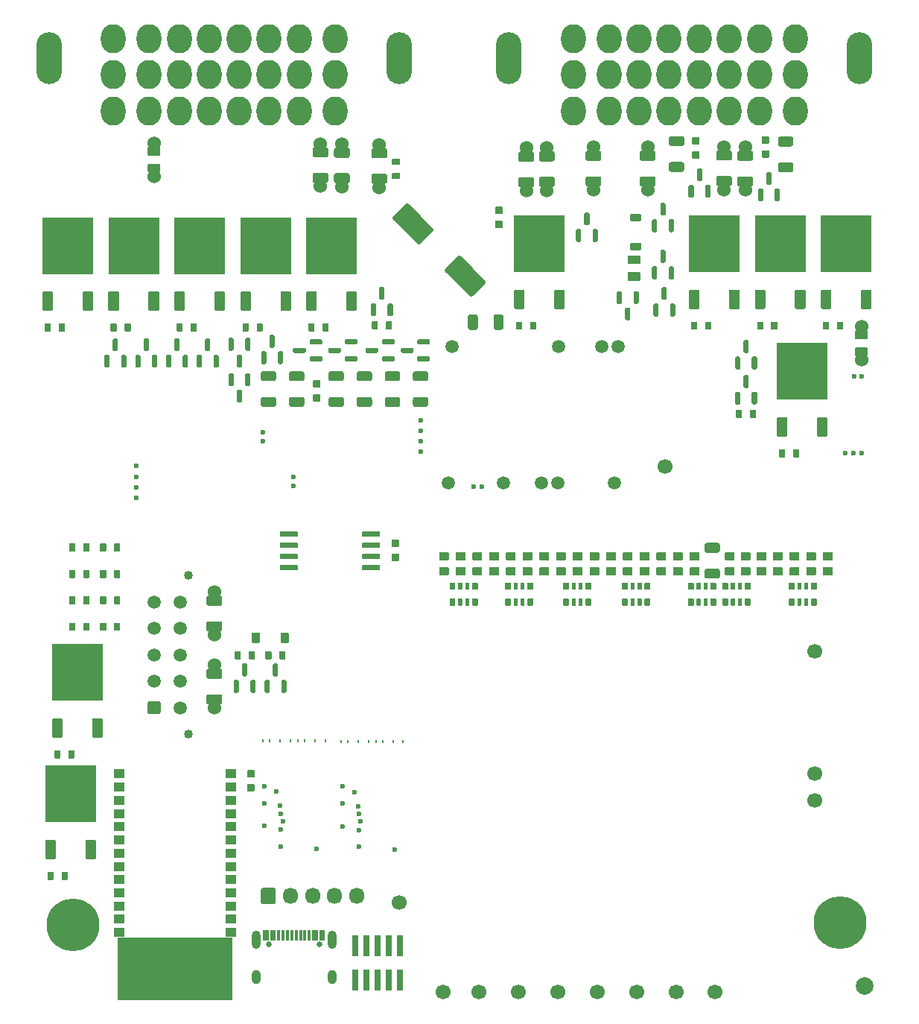
<source format=gts>
G04 #@! TF.GenerationSoftware,KiCad,Pcbnew,7.0.11-7.0.11~ubuntu22.04.1*
G04 #@! TF.CreationDate,2024-04-14T22:11:57+00:00*
G04 #@! TF.ProjectId,alphax_4ch,616c7068-6178-45f3-9463-682e6b696361,i*
G04 #@! TF.SameCoordinates,PX141f5e0PYa2cace0*
G04 #@! TF.FileFunction,Soldermask,Top*
G04 #@! TF.FilePolarity,Negative*
%FSLAX46Y46*%
G04 Gerber Fmt 4.6, Leading zero omitted, Abs format (unit mm)*
G04 Created by KiCad (PCBNEW 7.0.11-7.0.11~ubuntu22.04.1) date 2024-04-14 22:11:57*
%MOMM*%
%LPD*%
G01*
G04 APERTURE LIST*
%ADD10C,0.120000*%
%ADD11C,1.700000*%
%ADD12C,1.524000*%
%ADD13C,6.000000*%
%ADD14R,5.800000X6.400000*%
%ADD15O,1.700000X1.850000*%
%ADD16O,2.900000X5.900000*%
%ADD17O,2.800000X3.300000*%
%ADD18C,0.650000*%
%ADD19R,0.300000X1.150000*%
%ADD20O,1.000000X2.100000*%
%ADD21O,1.000000X1.600000*%
%ADD22C,1.020000*%
%ADD23C,1.500000*%
%ADD24C,0.600000*%
%ADD25R,1.300000X1.000000*%
%ADD26C,2.000000*%
%ADD27O,0.200000X0.399999*%
%ADD28C,0.599999*%
%ADD29R,0.740000X2.400000*%
G04 APERTURE END LIST*
G04 #@! TO.C,U4*
D10*
X22850000Y200000D02*
X9850000Y200000D01*
X9850000Y7200000D01*
X22850000Y7200000D01*
X22850000Y200000D01*
G36*
X22850000Y200000D02*
G01*
X9850000Y200000D01*
X9850000Y7200000D01*
X22850000Y7200000D01*
X22850000Y200000D01*
G37*
G04 #@! TD*
D11*
G04 #@! TO.C,P18*
X89100000Y39700000D03*
G04 #@! TD*
D12*
G04 #@! TO.C,F10*
X20840000Y33250000D03*
G36*
G01*
X21740000Y34594990D02*
X21740000Y33904990D01*
G75*
G02*
X21510000Y33674990I-230000J0D01*
G01*
X20170000Y33674990D01*
G75*
G02*
X19940000Y33904990I0J230000D01*
G01*
X19940000Y34594990D01*
G75*
G02*
X20170000Y34824990I230000J0D01*
G01*
X21510000Y34824990D01*
G75*
G02*
X21740000Y34594990I0J-230000D01*
G01*
G37*
G36*
G01*
X21740000Y37495010D02*
X21740000Y36805010D01*
G75*
G02*
X21510000Y36575010I-230000J0D01*
G01*
X20170000Y36575010D01*
G75*
G02*
X19940000Y36805010I0J230000D01*
G01*
X19940000Y37495010D01*
G75*
G02*
X20170000Y37725010I230000J0D01*
G01*
X21510000Y37725010D01*
G75*
G02*
X21740000Y37495010I0J-230000D01*
G01*
G37*
X20840000Y38150000D03*
G04 #@! TD*
G04 #@! TO.C,D4*
G36*
G01*
X79899998Y48300001D02*
X78999998Y48300001D01*
G75*
G02*
X78899998Y48400001I0J100000D01*
G01*
X78899998Y49200001D01*
G75*
G02*
X78999998Y49300001I100000J0D01*
G01*
X79899998Y49300001D01*
G75*
G02*
X79999998Y49200001I0J-100000D01*
G01*
X79999998Y48400001D01*
G75*
G02*
X79899998Y48300001I-100000J0D01*
G01*
G37*
G36*
G01*
X79899998Y50000001D02*
X78999998Y50000001D01*
G75*
G02*
X78899998Y50100001I0J100000D01*
G01*
X78899998Y50900001D01*
G75*
G02*
X78999998Y51000001I100000J0D01*
G01*
X79899998Y51000001D01*
G75*
G02*
X79999998Y50900001I0J-100000D01*
G01*
X79999998Y50100001D01*
G75*
G02*
X79899998Y50000001I-100000J0D01*
G01*
G37*
G04 #@! TD*
G04 #@! TO.C,R2*
G36*
G01*
X86149998Y44965001D02*
X86149998Y45635001D01*
G75*
G02*
X86214998Y45700001I65000J0D01*
G01*
X86734998Y45700001D01*
G75*
G02*
X86799998Y45635001I0J-65000D01*
G01*
X86799998Y44965001D01*
G75*
G02*
X86734998Y44900001I-65000J0D01*
G01*
X86214998Y44900001D01*
G75*
G02*
X86149998Y44965001I0J65000D01*
G01*
G37*
G36*
G01*
X87124998Y44945001D02*
X87124998Y45655001D01*
G75*
G02*
X87169998Y45700001I45000J0D01*
G01*
X87529998Y45700001D01*
G75*
G02*
X87574998Y45655001I0J-45000D01*
G01*
X87574998Y44945001D01*
G75*
G02*
X87529998Y44900001I-45000J0D01*
G01*
X87169998Y44900001D01*
G75*
G02*
X87124998Y44945001I0J45000D01*
G01*
G37*
G36*
G01*
X87924998Y44945001D02*
X87924998Y45655001D01*
G75*
G02*
X87969998Y45700001I45000J0D01*
G01*
X88329998Y45700001D01*
G75*
G02*
X88374998Y45655001I0J-45000D01*
G01*
X88374998Y44945001D01*
G75*
G02*
X88329998Y44900001I-45000J0D01*
G01*
X87969998Y44900001D01*
G75*
G02*
X87924998Y44945001I0J45000D01*
G01*
G37*
G36*
G01*
X88699998Y44965001D02*
X88699998Y45635001D01*
G75*
G02*
X88764998Y45700001I65000J0D01*
G01*
X89284998Y45700001D01*
G75*
G02*
X89349998Y45635001I0J-65000D01*
G01*
X89349998Y44965001D01*
G75*
G02*
X89284998Y44900001I-65000J0D01*
G01*
X88764998Y44900001D01*
G75*
G02*
X88699998Y44965001I0J65000D01*
G01*
G37*
G36*
G01*
X88699998Y46765001D02*
X88699998Y47435001D01*
G75*
G02*
X88764998Y47500001I65000J0D01*
G01*
X89284998Y47500001D01*
G75*
G02*
X89349998Y47435001I0J-65000D01*
G01*
X89349998Y46765001D01*
G75*
G02*
X89284998Y46700001I-65000J0D01*
G01*
X88764998Y46700001D01*
G75*
G02*
X88699998Y46765001I0J65000D01*
G01*
G37*
G36*
G01*
X87924998Y46745001D02*
X87924998Y47455001D01*
G75*
G02*
X87969998Y47500001I45000J0D01*
G01*
X88329998Y47500001D01*
G75*
G02*
X88374998Y47455001I0J-45000D01*
G01*
X88374998Y46745001D01*
G75*
G02*
X88329998Y46700001I-45000J0D01*
G01*
X87969998Y46700001D01*
G75*
G02*
X87924998Y46745001I0J45000D01*
G01*
G37*
G36*
G01*
X87124998Y46745001D02*
X87124998Y47455001D01*
G75*
G02*
X87169998Y47500001I45000J0D01*
G01*
X87529998Y47500001D01*
G75*
G02*
X87574998Y47455001I0J-45000D01*
G01*
X87574998Y46745001D01*
G75*
G02*
X87529998Y46700001I-45000J0D01*
G01*
X87169998Y46700001D01*
G75*
G02*
X87124998Y46745001I0J45000D01*
G01*
G37*
G36*
G01*
X86149998Y46765001D02*
X86149998Y47435001D01*
G75*
G02*
X86214998Y47500001I65000J0D01*
G01*
X86734998Y47500001D01*
G75*
G02*
X86799998Y47435001I0J-65000D01*
G01*
X86799998Y46765001D01*
G75*
G02*
X86734998Y46700001I-65000J0D01*
G01*
X86214998Y46700001D01*
G75*
G02*
X86149998Y46765001I0J65000D01*
G01*
G37*
G04 #@! TD*
G04 #@! TO.C,D36*
G36*
G01*
X51199998Y48300001D02*
X50299998Y48300001D01*
G75*
G02*
X50199998Y48400001I0J100000D01*
G01*
X50199998Y49200001D01*
G75*
G02*
X50299998Y49300001I100000J0D01*
G01*
X51199998Y49300001D01*
G75*
G02*
X51299998Y49200001I0J-100000D01*
G01*
X51299998Y48400001D01*
G75*
G02*
X51199998Y48300001I-100000J0D01*
G01*
G37*
G36*
G01*
X51199998Y50000001D02*
X50299998Y50000001D01*
G75*
G02*
X50199998Y50100001I0J100000D01*
G01*
X50199998Y50900001D01*
G75*
G02*
X50299998Y51000001I100000J0D01*
G01*
X51199998Y51000001D01*
G75*
G02*
X51299998Y50900001I0J-100000D01*
G01*
X51299998Y50100001D01*
G75*
G02*
X51199998Y50000001I-100000J0D01*
G01*
G37*
G04 #@! TD*
D11*
G04 #@! TO.C,P23*
X59900000Y1000000D03*
G04 #@! TD*
G04 #@! TO.C,C22*
G36*
G01*
X51632590Y81481624D02*
X50218376Y80067410D01*
G75*
G02*
X49864822Y80067410I-176777J176777D01*
G01*
X47107106Y82825126D01*
G75*
G02*
X47107106Y83178680I176777J176777D01*
G01*
X48521320Y84592894D01*
G75*
G02*
X48874874Y84592894I176777J-176777D01*
G01*
X51632590Y81835178D01*
G75*
G02*
X51632590Y81481624I-176777J-176777D01*
G01*
G37*
G36*
G01*
X45692894Y87421320D02*
X44278680Y86007106D01*
G75*
G02*
X43925126Y86007106I-176777J176777D01*
G01*
X41167410Y88764822D01*
G75*
G02*
X41167410Y89118376I176777J176777D01*
G01*
X42581624Y90532590D01*
G75*
G02*
X42935178Y90532590I176777J-176777D01*
G01*
X45692894Y87774874D01*
G75*
G02*
X45692894Y87421320I-176777J-176777D01*
G01*
G37*
G04 #@! TD*
G04 #@! TO.C,R1136*
G36*
G01*
X43675000Y71525000D02*
X44925000Y71525000D01*
G75*
G02*
X45175000Y71275000I0J-250000D01*
G01*
X45175000Y70650000D01*
G75*
G02*
X44925000Y70400000I-250000J0D01*
G01*
X43675000Y70400000D01*
G75*
G02*
X43425000Y70650000I0J250000D01*
G01*
X43425000Y71275000D01*
G75*
G02*
X43675000Y71525000I250000J0D01*
G01*
G37*
G36*
G01*
X43675000Y68600000D02*
X44925000Y68600000D01*
G75*
G02*
X45175000Y68350000I0J-250000D01*
G01*
X45175000Y67725000D01*
G75*
G02*
X44925000Y67475000I-250000J0D01*
G01*
X43675000Y67475000D01*
G75*
G02*
X43425000Y67725000I0J250000D01*
G01*
X43425000Y68350000D01*
G75*
G02*
X43675000Y68600000I250000J0D01*
G01*
G37*
G04 #@! TD*
G04 #@! TO.C,R1105*
G36*
G01*
X31550000Y76110000D02*
X31550000Y76890000D01*
G75*
G02*
X31620000Y76960000I70000J0D01*
G01*
X32180000Y76960000D01*
G75*
G02*
X32250000Y76890000I0J-70000D01*
G01*
X32250000Y76110000D01*
G75*
G02*
X32180000Y76040000I-70000J0D01*
G01*
X31620000Y76040000D01*
G75*
G02*
X31550000Y76110000I0J70000D01*
G01*
G37*
G36*
G01*
X33150000Y76110000D02*
X33150000Y76890000D01*
G75*
G02*
X33220000Y76960000I70000J0D01*
G01*
X33780000Y76960000D01*
G75*
G02*
X33850000Y76890000I0J-70000D01*
G01*
X33850000Y76110000D01*
G75*
G02*
X33780000Y76040000I-70000J0D01*
G01*
X33220000Y76040000D01*
G75*
G02*
X33150000Y76110000I0J70000D01*
G01*
G37*
G04 #@! TD*
G04 #@! TO.C,R18*
G36*
G01*
X74025000Y94175000D02*
X72775000Y94175000D01*
G75*
G02*
X72525000Y94425000I0J250000D01*
G01*
X72525000Y95050000D01*
G75*
G02*
X72775000Y95300000I250000J0D01*
G01*
X74025000Y95300000D01*
G75*
G02*
X74275000Y95050000I0J-250000D01*
G01*
X74275000Y94425000D01*
G75*
G02*
X74025000Y94175000I-250000J0D01*
G01*
G37*
G36*
G01*
X74025000Y97100000D02*
X72775000Y97100000D01*
G75*
G02*
X72525000Y97350000I0J250000D01*
G01*
X72525000Y97975000D01*
G75*
G02*
X72775000Y98225000I250000J0D01*
G01*
X74025000Y98225000D01*
G75*
G02*
X74275000Y97975000I0J-250000D01*
G01*
X74275000Y97350000D01*
G75*
G02*
X74025000Y97100000I-250000J0D01*
G01*
G37*
G04 #@! TD*
G04 #@! TO.C,R93*
G36*
G01*
X4350000Y42110000D02*
X4350000Y42890000D01*
G75*
G02*
X4420000Y42960000I70000J0D01*
G01*
X4980000Y42960000D01*
G75*
G02*
X5050000Y42890000I0J-70000D01*
G01*
X5050000Y42110000D01*
G75*
G02*
X4980000Y42040000I-70000J0D01*
G01*
X4420000Y42040000D01*
G75*
G02*
X4350000Y42110000I0J70000D01*
G01*
G37*
G36*
G01*
X5950000Y42110000D02*
X5950000Y42890000D01*
G75*
G02*
X6020000Y42960000I70000J0D01*
G01*
X6580000Y42960000D01*
G75*
G02*
X6650000Y42890000I0J-70000D01*
G01*
X6650000Y42110000D01*
G75*
G02*
X6580000Y42040000I-70000J0D01*
G01*
X6020000Y42040000D01*
G75*
G02*
X5950000Y42110000I0J70000D01*
G01*
G37*
G04 #@! TD*
D13*
G04 #@! TO.C,J8*
X4803000Y8619000D03*
G04 #@! TD*
G04 #@! TO.C,D34*
G36*
G01*
X47399998Y48300001D02*
X46499998Y48300001D01*
G75*
G02*
X46399998Y48400001I0J100000D01*
G01*
X46399998Y49200001D01*
G75*
G02*
X46499998Y49300001I100000J0D01*
G01*
X47399998Y49300001D01*
G75*
G02*
X47499998Y49200001I0J-100000D01*
G01*
X47499998Y48400001D01*
G75*
G02*
X47399998Y48300001I-100000J0D01*
G01*
G37*
G36*
G01*
X47399998Y50000001D02*
X46499998Y50000001D01*
G75*
G02*
X46399998Y50100001I0J100000D01*
G01*
X46399998Y50900001D01*
G75*
G02*
X46499998Y51000001I100000J0D01*
G01*
X47399998Y51000001D01*
G75*
G02*
X47499998Y50900001I0J-100000D01*
G01*
X47499998Y50100001D01*
G75*
G02*
X47399998Y50000001I-100000J0D01*
G01*
G37*
G04 #@! TD*
G04 #@! TO.C,Q47*
G36*
G01*
X24880000Y78400000D02*
X23920000Y78400000D01*
G75*
G02*
X23800000Y78520000I0J120000D01*
G01*
X23800000Y80480000D01*
G75*
G02*
X23920000Y80600000I120000J0D01*
G01*
X24880000Y80600000D01*
G75*
G02*
X25000000Y80480000I0J-120000D01*
G01*
X25000000Y78520000D01*
G75*
G02*
X24880000Y78400000I-120000J0D01*
G01*
G37*
D14*
X26680000Y85800000D03*
G36*
G01*
X29440000Y78400000D02*
X28480000Y78400000D01*
G75*
G02*
X28360000Y78520000I0J120000D01*
G01*
X28360000Y80480000D01*
G75*
G02*
X28480000Y80600000I120000J0D01*
G01*
X29440000Y80600000D01*
G75*
G02*
X29560000Y80480000I0J-120000D01*
G01*
X29560000Y78520000D01*
G75*
G02*
X29440000Y78400000I-120000J0D01*
G01*
G37*
G04 #@! TD*
G04 #@! TO.C,J5*
G36*
G01*
X26150000Y11225000D02*
X26150000Y12575000D01*
G75*
G02*
X26400000Y12825000I250000J0D01*
G01*
X27600000Y12825000D01*
G75*
G02*
X27850000Y12575000I0J-250000D01*
G01*
X27850000Y11225000D01*
G75*
G02*
X27600000Y10975000I-250000J0D01*
G01*
X26400000Y10975000D01*
G75*
G02*
X26150000Y11225000I0J250000D01*
G01*
G37*
D15*
X29500000Y11900000D03*
X32000000Y11900000D03*
X34500000Y11900000D03*
X37000000Y11900000D03*
G04 #@! TD*
D12*
G04 #@! TO.C,F4*
X63950000Y97000000D03*
G36*
G01*
X63050000Y95655010D02*
X63050000Y96345010D01*
G75*
G02*
X63280000Y96575010I230000J0D01*
G01*
X64620000Y96575010D01*
G75*
G02*
X64850000Y96345010I0J-230000D01*
G01*
X64850000Y95655010D01*
G75*
G02*
X64620000Y95425010I-230000J0D01*
G01*
X63280000Y95425010D01*
G75*
G02*
X63050000Y95655010I0J230000D01*
G01*
G37*
G36*
G01*
X63050000Y92754990D02*
X63050000Y93444990D01*
G75*
G02*
X63280000Y93674990I230000J0D01*
G01*
X64620000Y93674990D01*
G75*
G02*
X64850000Y93444990I0J-230000D01*
G01*
X64850000Y92754990D01*
G75*
G02*
X64620000Y92524990I-230000J0D01*
G01*
X63280000Y92524990D01*
G75*
G02*
X63050000Y92754990I0J230000D01*
G01*
G37*
X63950000Y92100000D03*
G04 #@! TD*
G04 #@! TO.C,Q13*
G36*
G01*
X80500000Y67725000D02*
X80200000Y67725000D01*
G75*
G02*
X80050000Y67875000I0J150000D01*
G01*
X80050000Y69050000D01*
G75*
G02*
X80200000Y69200000I150000J0D01*
G01*
X80500000Y69200000D01*
G75*
G02*
X80650000Y69050000I0J-150000D01*
G01*
X80650000Y67875000D01*
G75*
G02*
X80500000Y67725000I-150000J0D01*
G01*
G37*
G36*
G01*
X81450000Y69600000D02*
X81150000Y69600000D01*
G75*
G02*
X81000000Y69750000I0J150000D01*
G01*
X81000000Y70925000D01*
G75*
G02*
X81150000Y71075000I150000J0D01*
G01*
X81450000Y71075000D01*
G75*
G02*
X81600000Y70925000I0J-150000D01*
G01*
X81600000Y69750000D01*
G75*
G02*
X81450000Y69600000I-150000J0D01*
G01*
G37*
G36*
G01*
X82400000Y67725000D02*
X82100000Y67725000D01*
G75*
G02*
X81950000Y67875000I0J150000D01*
G01*
X81950000Y69050000D01*
G75*
G02*
X82100000Y69200000I150000J0D01*
G01*
X82400000Y69200000D01*
G75*
G02*
X82550000Y69050000I0J-150000D01*
G01*
X82550000Y67875000D01*
G75*
G02*
X82400000Y67725000I-150000J0D01*
G01*
G37*
G04 #@! TD*
G04 #@! TO.C,R91*
X94400000Y72795000D03*
G36*
G01*
X95025000Y73249999D02*
X93775000Y73249999D01*
G75*
G02*
X93675000Y73349999I0J100000D01*
G01*
X93675000Y74149999D01*
G75*
G02*
X93775000Y74249999I100000J0D01*
G01*
X95025000Y74249999D01*
G75*
G02*
X95125000Y74149999I0J-100000D01*
G01*
X95125000Y73349999D01*
G75*
G02*
X95025000Y73249999I-100000J0D01*
G01*
G37*
G36*
G01*
X95025000Y75150021D02*
X93775000Y75150021D01*
G75*
G02*
X93675000Y75250021I0J100000D01*
G01*
X93675000Y76050021D01*
G75*
G02*
X93775000Y76150021I100000J0D01*
G01*
X95025000Y76150021D01*
G75*
G02*
X95125000Y76050021I0J-100000D01*
G01*
X95125000Y75250021D01*
G75*
G02*
X95025000Y75150021I-100000J0D01*
G01*
G37*
X94400000Y76605000D03*
G04 #@! TD*
G04 #@! TO.C,R98*
G36*
G01*
X75050000Y76310000D02*
X75050000Y77090000D01*
G75*
G02*
X75120000Y77160000I70000J0D01*
G01*
X75680000Y77160000D01*
G75*
G02*
X75750000Y77090000I0J-70000D01*
G01*
X75750000Y76310000D01*
G75*
G02*
X75680000Y76240000I-70000J0D01*
G01*
X75120000Y76240000D01*
G75*
G02*
X75050000Y76310000I0J70000D01*
G01*
G37*
G36*
G01*
X76650000Y76310000D02*
X76650000Y77090000D01*
G75*
G02*
X76720000Y77160000I70000J0D01*
G01*
X77280000Y77160000D01*
G75*
G02*
X77350000Y77090000I0J-70000D01*
G01*
X77350000Y76310000D01*
G75*
G02*
X77280000Y76240000I-70000J0D01*
G01*
X76720000Y76240000D01*
G75*
G02*
X76650000Y76310000I0J70000D01*
G01*
G37*
G04 #@! TD*
G04 #@! TO.C,Q49*
G36*
G01*
X45375000Y73100000D02*
X45375000Y72800000D01*
G75*
G02*
X45225000Y72650000I-150000J0D01*
G01*
X44050000Y72650000D01*
G75*
G02*
X43900000Y72800000I0J150000D01*
G01*
X43900000Y73100000D01*
G75*
G02*
X44050000Y73250000I150000J0D01*
G01*
X45225000Y73250000D01*
G75*
G02*
X45375000Y73100000I0J-150000D01*
G01*
G37*
G36*
G01*
X43500000Y74050000D02*
X43500000Y73750000D01*
G75*
G02*
X43350000Y73600000I-150000J0D01*
G01*
X42175000Y73600000D01*
G75*
G02*
X42025000Y73750000I0J150000D01*
G01*
X42025000Y74050000D01*
G75*
G02*
X42175000Y74200000I150000J0D01*
G01*
X43350000Y74200000D01*
G75*
G02*
X43500000Y74050000I0J-150000D01*
G01*
G37*
G36*
G01*
X45375000Y75000000D02*
X45375000Y74700000D01*
G75*
G02*
X45225000Y74550000I-150000J0D01*
G01*
X44050000Y74550000D01*
G75*
G02*
X43900000Y74700000I0J150000D01*
G01*
X43900000Y75000000D01*
G75*
G02*
X44050000Y75150000I150000J0D01*
G01*
X45225000Y75150000D01*
G75*
G02*
X45375000Y75000000I0J-150000D01*
G01*
G37*
G04 #@! TD*
G04 #@! TO.C,D15*
G36*
G01*
X66399998Y48300001D02*
X65499998Y48300001D01*
G75*
G02*
X65399998Y48400001I0J100000D01*
G01*
X65399998Y49200001D01*
G75*
G02*
X65499998Y49300001I100000J0D01*
G01*
X66399998Y49300001D01*
G75*
G02*
X66499998Y49200001I0J-100000D01*
G01*
X66499998Y48400001D01*
G75*
G02*
X66399998Y48300001I-100000J0D01*
G01*
G37*
G36*
G01*
X66399998Y50000001D02*
X65499998Y50000001D01*
G75*
G02*
X65399998Y50100001I0J100000D01*
G01*
X65399998Y50900001D01*
G75*
G02*
X65499998Y51000001I100000J0D01*
G01*
X66399998Y51000001D01*
G75*
G02*
X66499998Y50900001I0J-100000D01*
G01*
X66499998Y50100001D01*
G75*
G02*
X66399998Y50000001I-100000J0D01*
G01*
G37*
G04 #@! TD*
G04 #@! TO.C,D55*
G36*
G01*
X83100000Y90825000D02*
X82800000Y90825000D01*
G75*
G02*
X82650000Y90975000I0J150000D01*
G01*
X82650000Y92150000D01*
G75*
G02*
X82800000Y92300000I150000J0D01*
G01*
X83100000Y92300000D01*
G75*
G02*
X83250000Y92150000I0J-150000D01*
G01*
X83250000Y90975000D01*
G75*
G02*
X83100000Y90825000I-150000J0D01*
G01*
G37*
G36*
G01*
X85000000Y90825000D02*
X84700000Y90825000D01*
G75*
G02*
X84550000Y90975000I0J150000D01*
G01*
X84550000Y92150000D01*
G75*
G02*
X84700000Y92300000I150000J0D01*
G01*
X85000000Y92300000D01*
G75*
G02*
X85150000Y92150000I0J-150000D01*
G01*
X85150000Y90975000D01*
G75*
G02*
X85000000Y90825000I-150000J0D01*
G01*
G37*
G36*
G01*
X84050000Y92700000D02*
X83750000Y92700000D01*
G75*
G02*
X83600000Y92850000I0J150000D01*
G01*
X83600000Y94025000D01*
G75*
G02*
X83750000Y94175000I150000J0D01*
G01*
X84050000Y94175000D01*
G75*
G02*
X84200000Y94025000I0J-150000D01*
G01*
X84200000Y92850000D01*
G75*
G02*
X84050000Y92700000I-150000J0D01*
G01*
G37*
G04 #@! TD*
G04 #@! TO.C,R1102*
G36*
G01*
X90050000Y76310000D02*
X90050000Y77090000D01*
G75*
G02*
X90120000Y77160000I70000J0D01*
G01*
X90680000Y77160000D01*
G75*
G02*
X90750000Y77090000I0J-70000D01*
G01*
X90750000Y76310000D01*
G75*
G02*
X90680000Y76240000I-70000J0D01*
G01*
X90120000Y76240000D01*
G75*
G02*
X90050000Y76310000I0J70000D01*
G01*
G37*
G36*
G01*
X91650000Y76310000D02*
X91650000Y77090000D01*
G75*
G02*
X91720000Y77160000I70000J0D01*
G01*
X92280000Y77160000D01*
G75*
G02*
X92350000Y77090000I0J-70000D01*
G01*
X92350000Y76310000D01*
G75*
G02*
X92280000Y76240000I-70000J0D01*
G01*
X91720000Y76240000D01*
G75*
G02*
X91650000Y76310000I0J70000D01*
G01*
G37*
G04 #@! TD*
G04 #@! TO.C,Q48*
G36*
G01*
X56000000Y78600000D02*
X55040000Y78600000D01*
G75*
G02*
X54920000Y78720000I0J120000D01*
G01*
X54920000Y80680000D01*
G75*
G02*
X55040000Y80800000I120000J0D01*
G01*
X56000000Y80800000D01*
G75*
G02*
X56120000Y80680000I0J-120000D01*
G01*
X56120000Y78720000D01*
G75*
G02*
X56000000Y78600000I-120000J0D01*
G01*
G37*
D14*
X57800000Y86000000D03*
G36*
G01*
X60560000Y78600000D02*
X59600000Y78600000D01*
G75*
G02*
X59480000Y78720000I0J120000D01*
G01*
X59480000Y80680000D01*
G75*
G02*
X59600000Y80800000I120000J0D01*
G01*
X60560000Y80800000D01*
G75*
G02*
X60680000Y80680000I0J-120000D01*
G01*
X60680000Y78720000D01*
G75*
G02*
X60560000Y78600000I-120000J0D01*
G01*
G37*
G04 #@! TD*
G04 #@! TO.C,R50*
G36*
G01*
X60500000Y44965000D02*
X60500000Y45635000D01*
G75*
G02*
X60565000Y45700000I65000J0D01*
G01*
X61085000Y45700000D01*
G75*
G02*
X61150000Y45635000I0J-65000D01*
G01*
X61150000Y44965000D01*
G75*
G02*
X61085000Y44900000I-65000J0D01*
G01*
X60565000Y44900000D01*
G75*
G02*
X60500000Y44965000I0J65000D01*
G01*
G37*
G36*
G01*
X61475000Y44945000D02*
X61475000Y45655000D01*
G75*
G02*
X61520000Y45700000I45000J0D01*
G01*
X61880000Y45700000D01*
G75*
G02*
X61925000Y45655000I0J-45000D01*
G01*
X61925000Y44945000D01*
G75*
G02*
X61880000Y44900000I-45000J0D01*
G01*
X61520000Y44900000D01*
G75*
G02*
X61475000Y44945000I0J45000D01*
G01*
G37*
G36*
G01*
X62275000Y44945000D02*
X62275000Y45655000D01*
G75*
G02*
X62320000Y45700000I45000J0D01*
G01*
X62680000Y45700000D01*
G75*
G02*
X62725000Y45655000I0J-45000D01*
G01*
X62725000Y44945000D01*
G75*
G02*
X62680000Y44900000I-45000J0D01*
G01*
X62320000Y44900000D01*
G75*
G02*
X62275000Y44945000I0J45000D01*
G01*
G37*
G36*
G01*
X63050000Y44965000D02*
X63050000Y45635000D01*
G75*
G02*
X63115000Y45700000I65000J0D01*
G01*
X63635000Y45700000D01*
G75*
G02*
X63700000Y45635000I0J-65000D01*
G01*
X63700000Y44965000D01*
G75*
G02*
X63635000Y44900000I-65000J0D01*
G01*
X63115000Y44900000D01*
G75*
G02*
X63050000Y44965000I0J65000D01*
G01*
G37*
G36*
G01*
X63050000Y46765000D02*
X63050000Y47435000D01*
G75*
G02*
X63115000Y47500000I65000J0D01*
G01*
X63635000Y47500000D01*
G75*
G02*
X63700000Y47435000I0J-65000D01*
G01*
X63700000Y46765000D01*
G75*
G02*
X63635000Y46700000I-65000J0D01*
G01*
X63115000Y46700000D01*
G75*
G02*
X63050000Y46765000I0J65000D01*
G01*
G37*
G36*
G01*
X62275000Y46745000D02*
X62275000Y47455000D01*
G75*
G02*
X62320000Y47500000I45000J0D01*
G01*
X62680000Y47500000D01*
G75*
G02*
X62725000Y47455000I0J-45000D01*
G01*
X62725000Y46745000D01*
G75*
G02*
X62680000Y46700000I-45000J0D01*
G01*
X62320000Y46700000D01*
G75*
G02*
X62275000Y46745000I0J45000D01*
G01*
G37*
G36*
G01*
X61475000Y46745000D02*
X61475000Y47455000D01*
G75*
G02*
X61520000Y47500000I45000J0D01*
G01*
X61880000Y47500000D01*
G75*
G02*
X61925000Y47455000I0J-45000D01*
G01*
X61925000Y46745000D01*
G75*
G02*
X61880000Y46700000I-45000J0D01*
G01*
X61520000Y46700000D01*
G75*
G02*
X61475000Y46745000I0J45000D01*
G01*
G37*
G36*
G01*
X60500000Y46765000D02*
X60500000Y47435000D01*
G75*
G02*
X60565000Y47500000I65000J0D01*
G01*
X61085000Y47500000D01*
G75*
G02*
X61150000Y47435000I0J-65000D01*
G01*
X61150000Y46765000D01*
G75*
G02*
X61085000Y46700000I-65000J0D01*
G01*
X60565000Y46700000D01*
G75*
G02*
X60500000Y46765000I0J65000D01*
G01*
G37*
G04 #@! TD*
G04 #@! TO.C,D28*
G36*
G01*
X26609999Y72325000D02*
X26309999Y72325000D01*
G75*
G02*
X26159999Y72475000I0J150000D01*
G01*
X26159999Y73650000D01*
G75*
G02*
X26309999Y73800000I150000J0D01*
G01*
X26609999Y73800000D01*
G75*
G02*
X26759999Y73650000I0J-150000D01*
G01*
X26759999Y72475000D01*
G75*
G02*
X26609999Y72325000I-150000J0D01*
G01*
G37*
G36*
G01*
X27559999Y74200000D02*
X27259999Y74200000D01*
G75*
G02*
X27109999Y74350000I0J150000D01*
G01*
X27109999Y75525000D01*
G75*
G02*
X27259999Y75675000I150000J0D01*
G01*
X27559999Y75675000D01*
G75*
G02*
X27709999Y75525000I0J-150000D01*
G01*
X27709999Y74350000D01*
G75*
G02*
X27559999Y74200000I-150000J0D01*
G01*
G37*
G36*
G01*
X28509999Y72325000D02*
X28209999Y72325000D01*
G75*
G02*
X28059999Y72475000I0J150000D01*
G01*
X28059999Y73650000D01*
G75*
G02*
X28209999Y73800000I150000J0D01*
G01*
X28509999Y73800000D01*
G75*
G02*
X28659999Y73650000I0J-150000D01*
G01*
X28659999Y72475000D01*
G75*
G02*
X28509999Y72325000I-150000J0D01*
G01*
G37*
G04 #@! TD*
D16*
G04 #@! TO.C,P2*
X2050000Y107100000D03*
X41850000Y107100000D03*
D17*
X9350000Y101100000D03*
X13450000Y101100000D03*
X16850000Y101100000D03*
X20250000Y101100000D03*
X23650000Y101100000D03*
X27050000Y101100000D03*
X30500000Y101100000D03*
X34600000Y101100000D03*
X9350000Y105250000D03*
X13450000Y105250000D03*
X16850000Y105250000D03*
X20250000Y105250000D03*
X23650000Y105250000D03*
X27050000Y105250000D03*
X30500000Y105250000D03*
X34600000Y105250000D03*
X9350000Y109300000D03*
X13450000Y109300000D03*
X16850000Y109300000D03*
X20250000Y109300000D03*
X23650000Y109300000D03*
X27050000Y109300000D03*
X30500000Y109300000D03*
X34600000Y109300000D03*
G04 #@! TD*
D11*
G04 #@! TO.C,P19*
X41900000Y11200000D03*
G04 #@! TD*
G04 #@! TO.C,R1108*
G36*
G01*
X24050000Y76110000D02*
X24050000Y76890000D01*
G75*
G02*
X24120000Y76960000I70000J0D01*
G01*
X24680000Y76960000D01*
G75*
G02*
X24750000Y76890000I0J-70000D01*
G01*
X24750000Y76110000D01*
G75*
G02*
X24680000Y76040000I-70000J0D01*
G01*
X24120000Y76040000D01*
G75*
G02*
X24050000Y76110000I0J70000D01*
G01*
G37*
G36*
G01*
X25650000Y76110000D02*
X25650000Y76890000D01*
G75*
G02*
X25720000Y76960000I70000J0D01*
G01*
X26280000Y76960000D01*
G75*
G02*
X26350000Y76890000I0J-70000D01*
G01*
X26350000Y76110000D01*
G75*
G02*
X26280000Y76040000I-70000J0D01*
G01*
X25720000Y76040000D01*
G75*
G02*
X25650000Y76110000I0J70000D01*
G01*
G37*
G04 #@! TD*
G04 #@! TO.C,Q35*
G36*
G01*
X37137500Y73100000D02*
X37137500Y72800000D01*
G75*
G02*
X36987500Y72650000I-150000J0D01*
G01*
X35812500Y72650000D01*
G75*
G02*
X35662500Y72800000I0J150000D01*
G01*
X35662500Y73100000D01*
G75*
G02*
X35812500Y73250000I150000J0D01*
G01*
X36987500Y73250000D01*
G75*
G02*
X37137500Y73100000I0J-150000D01*
G01*
G37*
G36*
G01*
X35262500Y74050000D02*
X35262500Y73750000D01*
G75*
G02*
X35112500Y73600000I-150000J0D01*
G01*
X33937500Y73600000D01*
G75*
G02*
X33787500Y73750000I0J150000D01*
G01*
X33787500Y74050000D01*
G75*
G02*
X33937500Y74200000I150000J0D01*
G01*
X35112500Y74200000D01*
G75*
G02*
X35262500Y74050000I0J-150000D01*
G01*
G37*
G36*
G01*
X37137500Y75000000D02*
X37137500Y74700000D01*
G75*
G02*
X36987500Y74550000I-150000J0D01*
G01*
X35812500Y74550000D01*
G75*
G02*
X35662500Y74700000I0J150000D01*
G01*
X35662500Y75000000D01*
G75*
G02*
X35812500Y75150000I150000J0D01*
G01*
X36987500Y75150000D01*
G75*
G02*
X37137500Y75000000I0J-150000D01*
G01*
G37*
G04 #@! TD*
G04 #@! TO.C,P26*
X64400000Y1000000D03*
G04 #@! TD*
D18*
G04 #@! TO.C,J1*
X27010000Y6420000D03*
X32790000Y6420000D03*
D19*
X26550000Y7485000D03*
X27350000Y7485000D03*
X28650000Y7485000D03*
X29650000Y7485000D03*
X30150000Y7485000D03*
X31150000Y7485000D03*
X32450000Y7485000D03*
X33250000Y7485000D03*
X32950000Y7485000D03*
X32150000Y7485000D03*
X31650000Y7485000D03*
X30650000Y7485000D03*
X29150000Y7485000D03*
X28150000Y7485000D03*
X27650000Y7485000D03*
X26850000Y7485000D03*
D20*
X25580000Y6920000D03*
D21*
X25580000Y2740000D03*
D20*
X34220000Y6920000D03*
D21*
X34220000Y2740000D03*
G04 #@! TD*
G04 #@! TO.C,R1113*
G36*
G01*
X38750000Y76347500D02*
X38750000Y77127500D01*
G75*
G02*
X38820000Y77197500I70000J0D01*
G01*
X39380000Y77197500D01*
G75*
G02*
X39450000Y77127500I0J-70000D01*
G01*
X39450000Y76347500D01*
G75*
G02*
X39380000Y76277500I-70000J0D01*
G01*
X38820000Y76277500D01*
G75*
G02*
X38750000Y76347500I0J70000D01*
G01*
G37*
G36*
G01*
X40350000Y76347500D02*
X40350000Y77127500D01*
G75*
G02*
X40420000Y77197500I70000J0D01*
G01*
X40980000Y77197500D01*
G75*
G02*
X41050000Y77127500I0J-70000D01*
G01*
X41050000Y76347500D01*
G75*
G02*
X40980000Y76277500I-70000J0D01*
G01*
X40420000Y76277500D01*
G75*
G02*
X40350000Y76347500I0J70000D01*
G01*
G37*
G04 #@! TD*
D11*
G04 #@! TO.C,P16*
X89100000Y22800000D03*
G04 #@! TD*
G04 #@! TO.C,D58*
G36*
G01*
X75200000Y91225000D02*
X74900000Y91225000D01*
G75*
G02*
X74750000Y91375000I0J150000D01*
G01*
X74750000Y92550000D01*
G75*
G02*
X74900000Y92700000I150000J0D01*
G01*
X75200000Y92700000D01*
G75*
G02*
X75350000Y92550000I0J-150000D01*
G01*
X75350000Y91375000D01*
G75*
G02*
X75200000Y91225000I-150000J0D01*
G01*
G37*
G36*
G01*
X77100000Y91225000D02*
X76800000Y91225000D01*
G75*
G02*
X76650000Y91375000I0J150000D01*
G01*
X76650000Y92550000D01*
G75*
G02*
X76800000Y92700000I150000J0D01*
G01*
X77100000Y92700000D01*
G75*
G02*
X77250000Y92550000I0J-150000D01*
G01*
X77250000Y91375000D01*
G75*
G02*
X77100000Y91225000I-150000J0D01*
G01*
G37*
G36*
G01*
X76150000Y93100000D02*
X75850000Y93100000D01*
G75*
G02*
X75700000Y93250000I0J150000D01*
G01*
X75700000Y94425000D01*
G75*
G02*
X75850000Y94575000I150000J0D01*
G01*
X76150000Y94575000D01*
G75*
G02*
X76300000Y94425000I0J-150000D01*
G01*
X76300000Y93250000D01*
G75*
G02*
X76150000Y93100000I-150000J0D01*
G01*
G37*
G04 #@! TD*
G04 #@! TO.C,Q45*
G36*
G01*
X2700000Y16100000D02*
X1740000Y16100000D01*
G75*
G02*
X1620000Y16220000I0J120000D01*
G01*
X1620000Y18180000D01*
G75*
G02*
X1740000Y18300000I120000J0D01*
G01*
X2700000Y18300000D01*
G75*
G02*
X2820000Y18180000I0J-120000D01*
G01*
X2820000Y16220000D01*
G75*
G02*
X2700000Y16100000I-120000J0D01*
G01*
G37*
D14*
X4500000Y23500000D03*
G36*
G01*
X7260000Y16100000D02*
X6300000Y16100000D01*
G75*
G02*
X6180000Y16220000I0J120000D01*
G01*
X6180000Y18180000D01*
G75*
G02*
X6300000Y18300000I120000J0D01*
G01*
X7260000Y18300000D01*
G75*
G02*
X7380000Y18180000I0J-120000D01*
G01*
X7380000Y16220000D01*
G75*
G02*
X7260000Y16100000I-120000J0D01*
G01*
G37*
G04 #@! TD*
D11*
G04 #@! TO.C,P21*
X50900000Y1000000D03*
G04 #@! TD*
G04 #@! TO.C,Q8*
G36*
G01*
X15800000Y71925000D02*
X15500000Y71925000D01*
G75*
G02*
X15350000Y72075000I0J150000D01*
G01*
X15350000Y73250000D01*
G75*
G02*
X15500000Y73400000I150000J0D01*
G01*
X15800000Y73400000D01*
G75*
G02*
X15950000Y73250000I0J-150000D01*
G01*
X15950000Y72075000D01*
G75*
G02*
X15800000Y71925000I-150000J0D01*
G01*
G37*
G36*
G01*
X16750000Y73800000D02*
X16450000Y73800000D01*
G75*
G02*
X16300000Y73950000I0J150000D01*
G01*
X16300000Y75125000D01*
G75*
G02*
X16450000Y75275000I150000J0D01*
G01*
X16750000Y75275000D01*
G75*
G02*
X16900000Y75125000I0J-150000D01*
G01*
X16900000Y73950000D01*
G75*
G02*
X16750000Y73800000I-150000J0D01*
G01*
G37*
G36*
G01*
X17700000Y71925000D02*
X17400000Y71925000D01*
G75*
G02*
X17250000Y72075000I0J150000D01*
G01*
X17250000Y73250000D01*
G75*
G02*
X17400000Y73400000I150000J0D01*
G01*
X17700000Y73400000D01*
G75*
G02*
X17850000Y73250000I0J-150000D01*
G01*
X17850000Y72075000D01*
G75*
G02*
X17700000Y71925000I-150000J0D01*
G01*
G37*
G04 #@! TD*
G04 #@! TO.C,Q4*
G36*
G01*
X27000000Y34982581D02*
X26700000Y34982581D01*
G75*
G02*
X26550000Y35132581I0J150000D01*
G01*
X26550000Y36307581D01*
G75*
G02*
X26700000Y36457581I150000J0D01*
G01*
X27000000Y36457581D01*
G75*
G02*
X27150000Y36307581I0J-150000D01*
G01*
X27150000Y35132581D01*
G75*
G02*
X27000000Y34982581I-150000J0D01*
G01*
G37*
G36*
G01*
X27950000Y36857581D02*
X27650000Y36857581D01*
G75*
G02*
X27500000Y37007581I0J150000D01*
G01*
X27500000Y38182581D01*
G75*
G02*
X27650000Y38332581I150000J0D01*
G01*
X27950000Y38332581D01*
G75*
G02*
X28100000Y38182581I0J-150000D01*
G01*
X28100000Y37007581D01*
G75*
G02*
X27950000Y36857581I-150000J0D01*
G01*
G37*
G36*
G01*
X28900000Y34982581D02*
X28600000Y34982581D01*
G75*
G02*
X28450000Y35132581I0J150000D01*
G01*
X28450000Y36307581D01*
G75*
G02*
X28600000Y36457581I150000J0D01*
G01*
X28900000Y36457581D01*
G75*
G02*
X29050000Y36307581I0J-150000D01*
G01*
X29050000Y35132581D01*
G75*
G02*
X28900000Y34982581I-150000J0D01*
G01*
G37*
G04 #@! TD*
G04 #@! TO.C,R30*
G36*
G01*
X80150000Y66310000D02*
X80150000Y67090000D01*
G75*
G02*
X80220000Y67160000I70000J0D01*
G01*
X80780000Y67160000D01*
G75*
G02*
X80850000Y67090000I0J-70000D01*
G01*
X80850000Y66310000D01*
G75*
G02*
X80780000Y66240000I-70000J0D01*
G01*
X80220000Y66240000D01*
G75*
G02*
X80150000Y66310000I0J70000D01*
G01*
G37*
G36*
G01*
X81750000Y66310000D02*
X81750000Y67090000D01*
G75*
G02*
X81820000Y67160000I70000J0D01*
G01*
X82380000Y67160000D01*
G75*
G02*
X82450000Y67090000I0J-70000D01*
G01*
X82450000Y66310000D01*
G75*
G02*
X82380000Y66240000I-70000J0D01*
G01*
X81820000Y66240000D01*
G75*
G02*
X81750000Y66310000I0J70000D01*
G01*
G37*
G04 #@! TD*
G04 #@! TO.C,R1101*
G36*
G01*
X9050000Y76110000D02*
X9050000Y76890000D01*
G75*
G02*
X9120000Y76960000I70000J0D01*
G01*
X9680000Y76960000D01*
G75*
G02*
X9750000Y76890000I0J-70000D01*
G01*
X9750000Y76110000D01*
G75*
G02*
X9680000Y76040000I-70000J0D01*
G01*
X9120000Y76040000D01*
G75*
G02*
X9050000Y76110000I0J70000D01*
G01*
G37*
G36*
G01*
X10650000Y76110000D02*
X10650000Y76890000D01*
G75*
G02*
X10720000Y76960000I70000J0D01*
G01*
X11280000Y76960000D01*
G75*
G02*
X11350000Y76890000I0J-70000D01*
G01*
X11350000Y76110000D01*
G75*
G02*
X11280000Y76040000I-70000J0D01*
G01*
X10720000Y76040000D01*
G75*
G02*
X10650000Y76110000I0J70000D01*
G01*
G37*
G04 #@! TD*
G04 #@! TO.C,C8*
G36*
G01*
X75940000Y95684999D02*
X75260000Y95684999D01*
G75*
G02*
X75175000Y95769999I0J85000D01*
G01*
X75175000Y96449999D01*
G75*
G02*
X75260000Y96534999I85000J0D01*
G01*
X75940000Y96534999D01*
G75*
G02*
X76025000Y96449999I0J-85000D01*
G01*
X76025000Y95769999D01*
G75*
G02*
X75940000Y95684999I-85000J0D01*
G01*
G37*
G36*
G01*
X75940000Y97265001D02*
X75260000Y97265001D01*
G75*
G02*
X75175000Y97350001I0J85000D01*
G01*
X75175000Y98030001D01*
G75*
G02*
X75260000Y98115001I85000J0D01*
G01*
X75940000Y98115001D01*
G75*
G02*
X76025000Y98030001I0J-85000D01*
G01*
X76025000Y97350001D01*
G75*
G02*
X75940000Y97265001I-85000J0D01*
G01*
G37*
G04 #@! TD*
G04 #@! TO.C,D47*
G36*
G01*
X70199998Y48300001D02*
X69299998Y48300001D01*
G75*
G02*
X69199998Y48400001I0J100000D01*
G01*
X69199998Y49200001D01*
G75*
G02*
X69299998Y49300001I100000J0D01*
G01*
X70199998Y49300001D01*
G75*
G02*
X70299998Y49200001I0J-100000D01*
G01*
X70299998Y48400001D01*
G75*
G02*
X70199998Y48300001I-100000J0D01*
G01*
G37*
G36*
G01*
X70199998Y50000001D02*
X69299998Y50000001D01*
G75*
G02*
X69199998Y50100001I0J100000D01*
G01*
X69199998Y50900001D01*
G75*
G02*
X69299998Y51000001I100000J0D01*
G01*
X70199998Y51000001D01*
G75*
G02*
X70299998Y50900001I0J-100000D01*
G01*
X70299998Y50100001D01*
G75*
G02*
X70199998Y50000001I-100000J0D01*
G01*
G37*
G04 #@! TD*
G04 #@! TO.C,D39*
G36*
G01*
X53099998Y48300001D02*
X52199998Y48300001D01*
G75*
G02*
X52099998Y48400001I0J100000D01*
G01*
X52099998Y49200001D01*
G75*
G02*
X52199998Y49300001I100000J0D01*
G01*
X53099998Y49300001D01*
G75*
G02*
X53199998Y49200001I0J-100000D01*
G01*
X53199998Y48400001D01*
G75*
G02*
X53099998Y48300001I-100000J0D01*
G01*
G37*
G36*
G01*
X53099998Y50000001D02*
X52199998Y50000001D01*
G75*
G02*
X52099998Y50100001I0J100000D01*
G01*
X52099998Y50900001D01*
G75*
G02*
X52199998Y51000001I100000J0D01*
G01*
X53099998Y51000001D01*
G75*
G02*
X53199998Y50900001I0J-100000D01*
G01*
X53199998Y50100001D01*
G75*
G02*
X53099998Y50000001I-100000J0D01*
G01*
G37*
G04 #@! TD*
G04 #@! TO.C,R74*
G36*
G01*
X4350000Y48110000D02*
X4350000Y48890000D01*
G75*
G02*
X4420000Y48960000I70000J0D01*
G01*
X4980000Y48960000D01*
G75*
G02*
X5050000Y48890000I0J-70000D01*
G01*
X5050000Y48110000D01*
G75*
G02*
X4980000Y48040000I-70000J0D01*
G01*
X4420000Y48040000D01*
G75*
G02*
X4350000Y48110000I0J70000D01*
G01*
G37*
G36*
G01*
X5950000Y48110000D02*
X5950000Y48890000D01*
G75*
G02*
X6020000Y48960000I70000J0D01*
G01*
X6580000Y48960000D01*
G75*
G02*
X6650000Y48890000I0J-70000D01*
G01*
X6650000Y48110000D01*
G75*
G02*
X6580000Y48040000I-70000J0D01*
G01*
X6020000Y48040000D01*
G75*
G02*
X5950000Y48110000I0J70000D01*
G01*
G37*
G04 #@! TD*
G04 #@! TO.C,D48*
G36*
G01*
X72099998Y48300001D02*
X71199998Y48300001D01*
G75*
G02*
X71099998Y48400001I0J100000D01*
G01*
X71099998Y49200001D01*
G75*
G02*
X71199998Y49300001I100000J0D01*
G01*
X72099998Y49300001D01*
G75*
G02*
X72199998Y49200001I0J-100000D01*
G01*
X72199998Y48400001D01*
G75*
G02*
X72099998Y48300001I-100000J0D01*
G01*
G37*
G36*
G01*
X72099998Y50000001D02*
X71199998Y50000001D01*
G75*
G02*
X71099998Y50100001I0J100000D01*
G01*
X71099998Y50900001D01*
G75*
G02*
X71199998Y51000001I100000J0D01*
G01*
X72099998Y51000001D01*
G75*
G02*
X72199998Y50900001I0J-100000D01*
G01*
X72199998Y50100001D01*
G75*
G02*
X72099998Y50000001I-100000J0D01*
G01*
G37*
G04 #@! TD*
G04 #@! TO.C,P24*
X46900000Y1000000D03*
G04 #@! TD*
G04 #@! TO.C,P28*
X77800000Y1000000D03*
G04 #@! TD*
G04 #@! TO.C,C21*
G36*
G01*
X32160000Y70515001D02*
X32840000Y70515001D01*
G75*
G02*
X32925000Y70430001I0J-85000D01*
G01*
X32925000Y69750001D01*
G75*
G02*
X32840000Y69665001I-85000J0D01*
G01*
X32160000Y69665001D01*
G75*
G02*
X32075000Y69750001I0J85000D01*
G01*
X32075000Y70430001D01*
G75*
G02*
X32160000Y70515001I85000J0D01*
G01*
G37*
G36*
G01*
X32160000Y68934999D02*
X32840000Y68934999D01*
G75*
G02*
X32925000Y68849999I0J-85000D01*
G01*
X32925000Y68169999D01*
G75*
G02*
X32840000Y68084999I-85000J0D01*
G01*
X32160000Y68084999D01*
G75*
G02*
X32075000Y68169999I0J85000D01*
G01*
X32075000Y68849999D01*
G75*
G02*
X32160000Y68934999I85000J0D01*
G01*
G37*
G04 #@! TD*
G04 #@! TO.C,D33*
G36*
G01*
X83499998Y48300001D02*
X82599998Y48300001D01*
G75*
G02*
X82499998Y48400001I0J100000D01*
G01*
X82499998Y49200001D01*
G75*
G02*
X82599998Y49300001I100000J0D01*
G01*
X83499998Y49300001D01*
G75*
G02*
X83599998Y49200001I0J-100000D01*
G01*
X83599998Y48400001D01*
G75*
G02*
X83499998Y48300001I-100000J0D01*
G01*
G37*
G36*
G01*
X83499998Y50000001D02*
X82599998Y50000001D01*
G75*
G02*
X82499998Y50100001I0J100000D01*
G01*
X82499998Y50900001D01*
G75*
G02*
X82599998Y51000001I100000J0D01*
G01*
X83499998Y51000001D01*
G75*
G02*
X83599998Y50900001I0J-100000D01*
G01*
X83599998Y50100001D01*
G75*
G02*
X83499998Y50000001I-100000J0D01*
G01*
G37*
G04 #@! TD*
G04 #@! TO.C,D9*
G36*
G01*
X60699998Y48300001D02*
X59799998Y48300001D01*
G75*
G02*
X59699998Y48400001I0J100000D01*
G01*
X59699998Y49200001D01*
G75*
G02*
X59799998Y49300001I100000J0D01*
G01*
X60699998Y49300001D01*
G75*
G02*
X60799998Y49200001I0J-100000D01*
G01*
X60799998Y48400001D01*
G75*
G02*
X60699998Y48300001I-100000J0D01*
G01*
G37*
G36*
G01*
X60699998Y50000001D02*
X59799998Y50000001D01*
G75*
G02*
X59699998Y50100001I0J100000D01*
G01*
X59699998Y50900001D01*
G75*
G02*
X59799998Y51000001I100000J0D01*
G01*
X60699998Y51000001D01*
G75*
G02*
X60799998Y50900001I0J-100000D01*
G01*
X60799998Y50100001D01*
G75*
G02*
X60699998Y50000001I-100000J0D01*
G01*
G37*
G04 #@! TD*
G04 #@! TO.C,R1104*
G36*
G01*
X1550000Y76110000D02*
X1550000Y76890000D01*
G75*
G02*
X1620000Y76960000I70000J0D01*
G01*
X2180000Y76960000D01*
G75*
G02*
X2250000Y76890000I0J-70000D01*
G01*
X2250000Y76110000D01*
G75*
G02*
X2180000Y76040000I-70000J0D01*
G01*
X1620000Y76040000D01*
G75*
G02*
X1550000Y76110000I0J70000D01*
G01*
G37*
G36*
G01*
X3150000Y76110000D02*
X3150000Y76890000D01*
G75*
G02*
X3220000Y76960000I70000J0D01*
G01*
X3780000Y76960000D01*
G75*
G02*
X3850000Y76890000I0J-70000D01*
G01*
X3850000Y76110000D01*
G75*
G02*
X3780000Y76040000I-70000J0D01*
G01*
X3220000Y76040000D01*
G75*
G02*
X3150000Y76110000I0J70000D01*
G01*
G37*
G04 #@! TD*
G04 #@! TO.C,R1103*
G36*
G01*
X85050000Y61810000D02*
X85050000Y62590000D01*
G75*
G02*
X85120000Y62660000I70000J0D01*
G01*
X85680000Y62660000D01*
G75*
G02*
X85750000Y62590000I0J-70000D01*
G01*
X85750000Y61810000D01*
G75*
G02*
X85680000Y61740000I-70000J0D01*
G01*
X85120000Y61740000D01*
G75*
G02*
X85050000Y61810000I0J70000D01*
G01*
G37*
G36*
G01*
X86650000Y61810000D02*
X86650000Y62590000D01*
G75*
G02*
X86720000Y62660000I70000J0D01*
G01*
X87280000Y62660000D01*
G75*
G02*
X87350000Y62590000I0J-70000D01*
G01*
X87350000Y61810000D01*
G75*
G02*
X87280000Y61740000I-70000J0D01*
G01*
X86720000Y61740000D01*
G75*
G02*
X86650000Y61810000I0J70000D01*
G01*
G37*
G04 #@! TD*
G04 #@! TO.C,D44*
G36*
G01*
X64499998Y48300001D02*
X63599998Y48300001D01*
G75*
G02*
X63499998Y48400001I0J100000D01*
G01*
X63499998Y49200001D01*
G75*
G02*
X63599998Y49300001I100000J0D01*
G01*
X64499998Y49300001D01*
G75*
G02*
X64599998Y49200001I0J-100000D01*
G01*
X64599998Y48400001D01*
G75*
G02*
X64499998Y48300001I-100000J0D01*
G01*
G37*
G36*
G01*
X64499998Y50000001D02*
X63599998Y50000001D01*
G75*
G02*
X63499998Y50100001I0J100000D01*
G01*
X63499998Y50900001D01*
G75*
G02*
X63599998Y51000001I100000J0D01*
G01*
X64499998Y51000001D01*
G75*
G02*
X64599998Y50900001I0J-100000D01*
G01*
X64599998Y50100001D01*
G75*
G02*
X64499998Y50000001I-100000J0D01*
G01*
G37*
G04 #@! TD*
G04 #@! TO.C,Q30*
G36*
G01*
X9880000Y78400000D02*
X8920000Y78400000D01*
G75*
G02*
X8800000Y78520000I0J120000D01*
G01*
X8800000Y80480000D01*
G75*
G02*
X8920000Y80600000I120000J0D01*
G01*
X9880000Y80600000D01*
G75*
G02*
X10000000Y80480000I0J-120000D01*
G01*
X10000000Y78520000D01*
G75*
G02*
X9880000Y78400000I-120000J0D01*
G01*
G37*
D14*
X11680000Y85800000D03*
G36*
G01*
X14440000Y78400000D02*
X13480000Y78400000D01*
G75*
G02*
X13360000Y78520000I0J120000D01*
G01*
X13360000Y80480000D01*
G75*
G02*
X13480000Y80600000I120000J0D01*
G01*
X14440000Y80600000D01*
G75*
G02*
X14560000Y80480000I0J-120000D01*
G01*
X14560000Y78520000D01*
G75*
G02*
X14440000Y78400000I-120000J0D01*
G01*
G37*
G04 #@! TD*
D22*
G04 #@! TO.C,J6*
X17940000Y30300000D03*
X17940000Y48300000D03*
G36*
G01*
X14499999Y32550000D02*
X13500001Y32550000D01*
G75*
G02*
X13250000Y32800001I0J250001D01*
G01*
X13250000Y33799999D01*
G75*
G02*
X13500001Y34050000I250001J0D01*
G01*
X14499999Y34050000D01*
G75*
G02*
X14750000Y33799999I0J-250001D01*
G01*
X14750000Y32800001D01*
G75*
G02*
X14499999Y32550000I-250001J0D01*
G01*
G37*
D23*
X14000000Y36300000D03*
X14000000Y39300000D03*
X14000000Y42300000D03*
X14000000Y45300000D03*
X17000000Y33300000D03*
X17000000Y36300000D03*
X17000000Y39300000D03*
X17000000Y42300000D03*
X17000000Y45300000D03*
G04 #@! TD*
G04 #@! TO.C,R49*
G36*
G01*
X47600000Y44965000D02*
X47600000Y45635000D01*
G75*
G02*
X47665000Y45700000I65000J0D01*
G01*
X48185000Y45700000D01*
G75*
G02*
X48250000Y45635000I0J-65000D01*
G01*
X48250000Y44965000D01*
G75*
G02*
X48185000Y44900000I-65000J0D01*
G01*
X47665000Y44900000D01*
G75*
G02*
X47600000Y44965000I0J65000D01*
G01*
G37*
G36*
G01*
X48575000Y44945000D02*
X48575000Y45655000D01*
G75*
G02*
X48620000Y45700000I45000J0D01*
G01*
X48980000Y45700000D01*
G75*
G02*
X49025000Y45655000I0J-45000D01*
G01*
X49025000Y44945000D01*
G75*
G02*
X48980000Y44900000I-45000J0D01*
G01*
X48620000Y44900000D01*
G75*
G02*
X48575000Y44945000I0J45000D01*
G01*
G37*
G36*
G01*
X49375000Y44945000D02*
X49375000Y45655000D01*
G75*
G02*
X49420000Y45700000I45000J0D01*
G01*
X49780000Y45700000D01*
G75*
G02*
X49825000Y45655000I0J-45000D01*
G01*
X49825000Y44945000D01*
G75*
G02*
X49780000Y44900000I-45000J0D01*
G01*
X49420000Y44900000D01*
G75*
G02*
X49375000Y44945000I0J45000D01*
G01*
G37*
G36*
G01*
X50150000Y44965000D02*
X50150000Y45635000D01*
G75*
G02*
X50215000Y45700000I65000J0D01*
G01*
X50735000Y45700000D01*
G75*
G02*
X50800000Y45635000I0J-65000D01*
G01*
X50800000Y44965000D01*
G75*
G02*
X50735000Y44900000I-65000J0D01*
G01*
X50215000Y44900000D01*
G75*
G02*
X50150000Y44965000I0J65000D01*
G01*
G37*
G36*
G01*
X50150000Y46765000D02*
X50150000Y47435000D01*
G75*
G02*
X50215000Y47500000I65000J0D01*
G01*
X50735000Y47500000D01*
G75*
G02*
X50800000Y47435000I0J-65000D01*
G01*
X50800000Y46765000D01*
G75*
G02*
X50735000Y46700000I-65000J0D01*
G01*
X50215000Y46700000D01*
G75*
G02*
X50150000Y46765000I0J65000D01*
G01*
G37*
G36*
G01*
X49375000Y46745000D02*
X49375000Y47455000D01*
G75*
G02*
X49420000Y47500000I45000J0D01*
G01*
X49780000Y47500000D01*
G75*
G02*
X49825000Y47455000I0J-45000D01*
G01*
X49825000Y46745000D01*
G75*
G02*
X49780000Y46700000I-45000J0D01*
G01*
X49420000Y46700000D01*
G75*
G02*
X49375000Y46745000I0J45000D01*
G01*
G37*
G36*
G01*
X48575000Y46745000D02*
X48575000Y47455000D01*
G75*
G02*
X48620000Y47500000I45000J0D01*
G01*
X48980000Y47500000D01*
G75*
G02*
X49025000Y47455000I0J-45000D01*
G01*
X49025000Y46745000D01*
G75*
G02*
X48980000Y46700000I-45000J0D01*
G01*
X48620000Y46700000D01*
G75*
G02*
X48575000Y46745000I0J45000D01*
G01*
G37*
G36*
G01*
X47600000Y46765000D02*
X47600000Y47435000D01*
G75*
G02*
X47665000Y47500000I65000J0D01*
G01*
X48185000Y47500000D01*
G75*
G02*
X48250000Y47435000I0J-65000D01*
G01*
X48250000Y46765000D01*
G75*
G02*
X48185000Y46700000I-65000J0D01*
G01*
X47665000Y46700000D01*
G75*
G02*
X47600000Y46765000I0J65000D01*
G01*
G37*
G04 #@! TD*
D11*
G04 #@! TO.C,P27*
X73400000Y1000000D03*
G04 #@! TD*
G04 #@! TO.C,D14*
G36*
G01*
X87249996Y48300002D02*
X86349996Y48300002D01*
G75*
G02*
X86249996Y48400002I0J100000D01*
G01*
X86249996Y49200002D01*
G75*
G02*
X86349996Y49300002I100000J0D01*
G01*
X87249996Y49300002D01*
G75*
G02*
X87349996Y49200002I0J-100000D01*
G01*
X87349996Y48400002D01*
G75*
G02*
X87249996Y48300002I-100000J0D01*
G01*
G37*
G36*
G01*
X87249996Y50000002D02*
X86349996Y50000002D01*
G75*
G02*
X86249996Y50100002I0J100000D01*
G01*
X86249996Y50900002D01*
G75*
G02*
X86349996Y51000002I100000J0D01*
G01*
X87249996Y51000002D01*
G75*
G02*
X87349996Y50900002I0J-100000D01*
G01*
X87349996Y50100002D01*
G75*
G02*
X87249996Y50000002I-100000J0D01*
G01*
G37*
G04 #@! TD*
D23*
G04 #@! TO.C,M1*
X66300000Y58825005D03*
X59900003Y58825005D03*
X58000000Y58825005D03*
X53700000Y58825005D03*
D24*
X51300003Y58375006D03*
X50300002Y58375006D03*
D23*
X47450000Y58825005D03*
X66750002Y74325002D03*
X64900003Y74325002D03*
X59950000Y74325002D03*
X47900002Y74325002D03*
G04 #@! TD*
G04 #@! TO.C,R35*
G36*
G01*
X40475000Y71525000D02*
X41725000Y71525000D01*
G75*
G02*
X41975000Y71275000I0J-250000D01*
G01*
X41975000Y70650000D01*
G75*
G02*
X41725000Y70400000I-250000J0D01*
G01*
X40475000Y70400000D01*
G75*
G02*
X40225000Y70650000I0J250000D01*
G01*
X40225000Y71275000D01*
G75*
G02*
X40475000Y71525000I250000J0D01*
G01*
G37*
G36*
G01*
X40475000Y68600000D02*
X41725000Y68600000D01*
G75*
G02*
X41975000Y68350000I0J-250000D01*
G01*
X41975000Y67725000D01*
G75*
G02*
X41725000Y67475000I-250000J0D01*
G01*
X40475000Y67475000D01*
G75*
G02*
X40225000Y67725000I0J250000D01*
G01*
X40225000Y68350000D01*
G75*
G02*
X40475000Y68600000I250000J0D01*
G01*
G37*
G04 #@! TD*
G04 #@! TO.C,Q14*
G36*
G01*
X80500000Y71725000D02*
X80200000Y71725000D01*
G75*
G02*
X80050000Y71875000I0J150000D01*
G01*
X80050000Y73050000D01*
G75*
G02*
X80200000Y73200000I150000J0D01*
G01*
X80500000Y73200000D01*
G75*
G02*
X80650000Y73050000I0J-150000D01*
G01*
X80650000Y71875000D01*
G75*
G02*
X80500000Y71725000I-150000J0D01*
G01*
G37*
G36*
G01*
X81450000Y73600000D02*
X81150000Y73600000D01*
G75*
G02*
X81000000Y73750000I0J150000D01*
G01*
X81000000Y74925000D01*
G75*
G02*
X81150000Y75075000I150000J0D01*
G01*
X81450000Y75075000D01*
G75*
G02*
X81600000Y74925000I0J-150000D01*
G01*
X81600000Y73750000D01*
G75*
G02*
X81450000Y73600000I-150000J0D01*
G01*
G37*
G36*
G01*
X82400000Y71725000D02*
X82100000Y71725000D01*
G75*
G02*
X81950000Y71875000I0J150000D01*
G01*
X81950000Y73050000D01*
G75*
G02*
X82100000Y73200000I150000J0D01*
G01*
X82400000Y73200000D01*
G75*
G02*
X82550000Y73050000I0J-150000D01*
G01*
X82550000Y71875000D01*
G75*
G02*
X82400000Y71725000I-150000J0D01*
G01*
G37*
G04 #@! TD*
G04 #@! TO.C,Q27*
G36*
G01*
X62400000Y86225000D02*
X62100000Y86225000D01*
G75*
G02*
X61950000Y86375000I0J150000D01*
G01*
X61950000Y87550000D01*
G75*
G02*
X62100000Y87700000I150000J0D01*
G01*
X62400000Y87700000D01*
G75*
G02*
X62550000Y87550000I0J-150000D01*
G01*
X62550000Y86375000D01*
G75*
G02*
X62400000Y86225000I-150000J0D01*
G01*
G37*
G36*
G01*
X63350000Y88100000D02*
X63050000Y88100000D01*
G75*
G02*
X62900000Y88250000I0J150000D01*
G01*
X62900000Y89425000D01*
G75*
G02*
X63050000Y89575000I150000J0D01*
G01*
X63350000Y89575000D01*
G75*
G02*
X63500000Y89425000I0J-150000D01*
G01*
X63500000Y88250000D01*
G75*
G02*
X63350000Y88100000I-150000J0D01*
G01*
G37*
G36*
G01*
X64300000Y86225000D02*
X64000000Y86225000D01*
G75*
G02*
X63850000Y86375000I0J150000D01*
G01*
X63850000Y87550000D01*
G75*
G02*
X64000000Y87700000I150000J0D01*
G01*
X64300000Y87700000D01*
G75*
G02*
X64450000Y87550000I0J-150000D01*
G01*
X64450000Y86375000D01*
G75*
G02*
X64300000Y86225000I-150000J0D01*
G01*
G37*
G04 #@! TD*
G04 #@! TO.C,D32*
G36*
G01*
X91049996Y48300002D02*
X90149996Y48300002D01*
G75*
G02*
X90049996Y48400002I0J100000D01*
G01*
X90049996Y49200002D01*
G75*
G02*
X90149996Y49300002I100000J0D01*
G01*
X91049996Y49300002D01*
G75*
G02*
X91149996Y49200002I0J-100000D01*
G01*
X91149996Y48400002D01*
G75*
G02*
X91049996Y48300002I-100000J0D01*
G01*
G37*
G36*
G01*
X91049996Y50000002D02*
X90149996Y50000002D01*
G75*
G02*
X90049996Y50100002I0J100000D01*
G01*
X90049996Y50900002D01*
G75*
G02*
X90149996Y51000002I100000J0D01*
G01*
X91049996Y51000002D01*
G75*
G02*
X91149996Y50900002I0J-100000D01*
G01*
X91149996Y50100002D01*
G75*
G02*
X91049996Y50000002I-100000J0D01*
G01*
G37*
G04 #@! TD*
G04 #@! TO.C,R1141*
G36*
G01*
X26375000Y71525000D02*
X27625000Y71525000D01*
G75*
G02*
X27875000Y71275000I0J-250000D01*
G01*
X27875000Y70650000D01*
G75*
G02*
X27625000Y70400000I-250000J0D01*
G01*
X26375000Y70400000D01*
G75*
G02*
X26125000Y70650000I0J250000D01*
G01*
X26125000Y71275000D01*
G75*
G02*
X26375000Y71525000I250000J0D01*
G01*
G37*
G36*
G01*
X26375000Y68600000D02*
X27625000Y68600000D01*
G75*
G02*
X27875000Y68350000I0J-250000D01*
G01*
X27875000Y67725000D01*
G75*
G02*
X27625000Y67475000I-250000J0D01*
G01*
X26375000Y67475000D01*
G75*
G02*
X26125000Y67725000I0J250000D01*
G01*
X26125000Y68350000D01*
G75*
G02*
X26375000Y68600000I250000J0D01*
G01*
G37*
G04 #@! TD*
G04 #@! TO.C,D16*
G36*
G01*
X68299998Y48300001D02*
X67399998Y48300001D01*
G75*
G02*
X67299998Y48400001I0J100000D01*
G01*
X67299998Y49200001D01*
G75*
G02*
X67399998Y49300001I100000J0D01*
G01*
X68299998Y49300001D01*
G75*
G02*
X68399998Y49200001I0J-100000D01*
G01*
X68399998Y48400001D01*
G75*
G02*
X68299998Y48300001I-100000J0D01*
G01*
G37*
G36*
G01*
X68299998Y50000001D02*
X67399998Y50000001D01*
G75*
G02*
X67299998Y50100001I0J100000D01*
G01*
X67299998Y50900001D01*
G75*
G02*
X67399998Y51000001I100000J0D01*
G01*
X68299998Y51000001D01*
G75*
G02*
X68399998Y50900001I0J-100000D01*
G01*
X68399998Y50100001D01*
G75*
G02*
X68299998Y50000001I-100000J0D01*
G01*
G37*
G04 #@! TD*
D24*
G04 #@! TO.C,M3*
X11975000Y59550000D03*
X11975000Y60750000D03*
X11975000Y58350000D03*
X11975000Y57150000D03*
X26400000Y63610000D03*
X26400000Y64610000D03*
G04 #@! TD*
G04 #@! TO.C,D50*
G36*
G01*
X29300000Y41767581D02*
X29300000Y40747581D01*
G75*
G02*
X29210000Y40657581I-90000J0D01*
G01*
X28490000Y40657581D01*
G75*
G02*
X28400000Y40747581I0J90000D01*
G01*
X28400000Y41767581D01*
G75*
G02*
X28490000Y41857581I90000J0D01*
G01*
X29210000Y41857581D01*
G75*
G02*
X29300000Y41767581I0J-90000D01*
G01*
G37*
G36*
G01*
X26000000Y41767581D02*
X26000000Y40747581D01*
G75*
G02*
X25910000Y40657581I-90000J0D01*
G01*
X25190000Y40657581D01*
G75*
G02*
X25100000Y40747581I0J90000D01*
G01*
X25100000Y41767581D01*
G75*
G02*
X25190000Y41857581I90000J0D01*
G01*
X25910000Y41857581D01*
G75*
G02*
X26000000Y41767581I0J-90000D01*
G01*
G37*
G04 #@! TD*
G04 #@! TO.C,R36*
G36*
G01*
X78075000Y47975000D02*
X76825000Y47975000D01*
G75*
G02*
X76575000Y48225000I0J250000D01*
G01*
X76575000Y48850000D01*
G75*
G02*
X76825000Y49100000I250000J0D01*
G01*
X78075000Y49100000D01*
G75*
G02*
X78325000Y48850000I0J-250000D01*
G01*
X78325000Y48225000D01*
G75*
G02*
X78075000Y47975000I-250000J0D01*
G01*
G37*
G36*
G01*
X78075000Y50900000D02*
X76825000Y50900000D01*
G75*
G02*
X76575000Y51150000I0J250000D01*
G01*
X76575000Y51775000D01*
G75*
G02*
X76825000Y52025000I250000J0D01*
G01*
X78075000Y52025000D01*
G75*
G02*
X78325000Y51775000I0J-250000D01*
G01*
X78325000Y51150000D01*
G75*
G02*
X78075000Y50900000I-250000J0D01*
G01*
G37*
G04 #@! TD*
G04 #@! TO.C,R76*
G36*
G01*
X4350000Y45110000D02*
X4350000Y45890000D01*
G75*
G02*
X4420000Y45960000I70000J0D01*
G01*
X4980000Y45960000D01*
G75*
G02*
X5050000Y45890000I0J-70000D01*
G01*
X5050000Y45110000D01*
G75*
G02*
X4980000Y45040000I-70000J0D01*
G01*
X4420000Y45040000D01*
G75*
G02*
X4350000Y45110000I0J70000D01*
G01*
G37*
G36*
G01*
X5950000Y45110000D02*
X5950000Y45890000D01*
G75*
G02*
X6020000Y45960000I70000J0D01*
G01*
X6580000Y45960000D01*
G75*
G02*
X6650000Y45890000I0J-70000D01*
G01*
X6650000Y45110000D01*
G75*
G02*
X6580000Y45040000I-70000J0D01*
G01*
X6020000Y45040000D01*
G75*
G02*
X5950000Y45110000I0J70000D01*
G01*
G37*
G04 #@! TD*
G04 #@! TO.C,Q42*
G36*
G01*
X85880000Y64100000D02*
X84920000Y64100000D01*
G75*
G02*
X84800000Y64220000I0J120000D01*
G01*
X84800000Y66180000D01*
G75*
G02*
X84920000Y66300000I120000J0D01*
G01*
X85880000Y66300000D01*
G75*
G02*
X86000000Y66180000I0J-120000D01*
G01*
X86000000Y64220000D01*
G75*
G02*
X85880000Y64100000I-120000J0D01*
G01*
G37*
D14*
X87680000Y71500000D03*
G36*
G01*
X90440000Y64100000D02*
X89480000Y64100000D01*
G75*
G02*
X89360000Y64220000I0J120000D01*
G01*
X89360000Y66180000D01*
G75*
G02*
X89480000Y66300000I120000J0D01*
G01*
X90440000Y66300000D01*
G75*
G02*
X90560000Y66180000I0J-120000D01*
G01*
X90560000Y64220000D01*
G75*
G02*
X90440000Y64100000I-120000J0D01*
G01*
G37*
G04 #@! TD*
D12*
G04 #@! TO.C,F7*
X32900000Y97399979D03*
G36*
G01*
X32000000Y96054989D02*
X32000000Y96744989D01*
G75*
G02*
X32230000Y96974989I230000J0D01*
G01*
X33570000Y96974989D01*
G75*
G02*
X33800000Y96744989I0J-230000D01*
G01*
X33800000Y96054989D01*
G75*
G02*
X33570000Y95824989I-230000J0D01*
G01*
X32230000Y95824989D01*
G75*
G02*
X32000000Y96054989I0J230000D01*
G01*
G37*
G36*
G01*
X32000000Y93154969D02*
X32000000Y93844969D01*
G75*
G02*
X32230000Y94074969I230000J0D01*
G01*
X33570000Y94074969D01*
G75*
G02*
X33800000Y93844969I0J-230000D01*
G01*
X33800000Y93154969D01*
G75*
G02*
X33570000Y92924969I-230000J0D01*
G01*
X32230000Y92924969D01*
G75*
G02*
X32000000Y93154969I0J230000D01*
G01*
G37*
X32900000Y92499979D03*
G04 #@! TD*
G04 #@! TO.C,R4*
G36*
G01*
X86425000Y94137500D02*
X85175000Y94137500D01*
G75*
G02*
X84925000Y94387500I0J250000D01*
G01*
X84925000Y95012500D01*
G75*
G02*
X85175000Y95262500I250000J0D01*
G01*
X86425000Y95262500D01*
G75*
G02*
X86675000Y95012500I0J-250000D01*
G01*
X86675000Y94387500D01*
G75*
G02*
X86425000Y94137500I-250000J0D01*
G01*
G37*
G36*
G01*
X86425000Y97062500D02*
X85175000Y97062500D01*
G75*
G02*
X84925000Y97312500I0J250000D01*
G01*
X84925000Y97937500D01*
G75*
G02*
X85175000Y98187500I250000J0D01*
G01*
X86425000Y98187500D01*
G75*
G02*
X86675000Y97937500I0J-250000D01*
G01*
X86675000Y97312500D01*
G75*
G02*
X86425000Y97062500I-250000J0D01*
G01*
G37*
G04 #@! TD*
G04 #@! TO.C,Q17*
G36*
G01*
X23500000Y34982581D02*
X23200000Y34982581D01*
G75*
G02*
X23050000Y35132581I0J150000D01*
G01*
X23050000Y36307581D01*
G75*
G02*
X23200000Y36457581I150000J0D01*
G01*
X23500000Y36457581D01*
G75*
G02*
X23650000Y36307581I0J-150000D01*
G01*
X23650000Y35132581D01*
G75*
G02*
X23500000Y34982581I-150000J0D01*
G01*
G37*
G36*
G01*
X24450000Y36857581D02*
X24150000Y36857581D01*
G75*
G02*
X24000000Y37007581I0J150000D01*
G01*
X24000000Y38182581D01*
G75*
G02*
X24150000Y38332581I150000J0D01*
G01*
X24450000Y38332581D01*
G75*
G02*
X24600000Y38182581I0J-150000D01*
G01*
X24600000Y37007581D01*
G75*
G02*
X24450000Y36857581I-150000J0D01*
G01*
G37*
G36*
G01*
X25400000Y34982581D02*
X25100000Y34982581D01*
G75*
G02*
X24950000Y35132581I0J150000D01*
G01*
X24950000Y36307581D01*
G75*
G02*
X25100000Y36457581I150000J0D01*
G01*
X25400000Y36457581D01*
G75*
G02*
X25550000Y36307581I0J-150000D01*
G01*
X25550000Y35132581D01*
G75*
G02*
X25400000Y34982581I-150000J0D01*
G01*
G37*
G04 #@! TD*
G04 #@! TO.C,R5*
G36*
G01*
X53900000Y44965000D02*
X53900000Y45635000D01*
G75*
G02*
X53965000Y45700000I65000J0D01*
G01*
X54485000Y45700000D01*
G75*
G02*
X54550000Y45635000I0J-65000D01*
G01*
X54550000Y44965000D01*
G75*
G02*
X54485000Y44900000I-65000J0D01*
G01*
X53965000Y44900000D01*
G75*
G02*
X53900000Y44965000I0J65000D01*
G01*
G37*
G36*
G01*
X54875000Y44945000D02*
X54875000Y45655000D01*
G75*
G02*
X54920000Y45700000I45000J0D01*
G01*
X55280000Y45700000D01*
G75*
G02*
X55325000Y45655000I0J-45000D01*
G01*
X55325000Y44945000D01*
G75*
G02*
X55280000Y44900000I-45000J0D01*
G01*
X54920000Y44900000D01*
G75*
G02*
X54875000Y44945000I0J45000D01*
G01*
G37*
G36*
G01*
X55675000Y44945000D02*
X55675000Y45655000D01*
G75*
G02*
X55720000Y45700000I45000J0D01*
G01*
X56080000Y45700000D01*
G75*
G02*
X56125000Y45655000I0J-45000D01*
G01*
X56125000Y44945000D01*
G75*
G02*
X56080000Y44900000I-45000J0D01*
G01*
X55720000Y44900000D01*
G75*
G02*
X55675000Y44945000I0J45000D01*
G01*
G37*
G36*
G01*
X56450000Y44965000D02*
X56450000Y45635000D01*
G75*
G02*
X56515000Y45700000I65000J0D01*
G01*
X57035000Y45700000D01*
G75*
G02*
X57100000Y45635000I0J-65000D01*
G01*
X57100000Y44965000D01*
G75*
G02*
X57035000Y44900000I-65000J0D01*
G01*
X56515000Y44900000D01*
G75*
G02*
X56450000Y44965000I0J65000D01*
G01*
G37*
G36*
G01*
X56450000Y46765000D02*
X56450000Y47435000D01*
G75*
G02*
X56515000Y47500000I65000J0D01*
G01*
X57035000Y47500000D01*
G75*
G02*
X57100000Y47435000I0J-65000D01*
G01*
X57100000Y46765000D01*
G75*
G02*
X57035000Y46700000I-65000J0D01*
G01*
X56515000Y46700000D01*
G75*
G02*
X56450000Y46765000I0J65000D01*
G01*
G37*
G36*
G01*
X55675000Y46745000D02*
X55675000Y47455000D01*
G75*
G02*
X55720000Y47500000I45000J0D01*
G01*
X56080000Y47500000D01*
G75*
G02*
X56125000Y47455000I0J-45000D01*
G01*
X56125000Y46745000D01*
G75*
G02*
X56080000Y46700000I-45000J0D01*
G01*
X55720000Y46700000D01*
G75*
G02*
X55675000Y46745000I0J45000D01*
G01*
G37*
G36*
G01*
X54875000Y46745000D02*
X54875000Y47455000D01*
G75*
G02*
X54920000Y47500000I45000J0D01*
G01*
X55280000Y47500000D01*
G75*
G02*
X55325000Y47455000I0J-45000D01*
G01*
X55325000Y46745000D01*
G75*
G02*
X55280000Y46700000I-45000J0D01*
G01*
X54920000Y46700000D01*
G75*
G02*
X54875000Y46745000I0J45000D01*
G01*
G37*
G36*
G01*
X53900000Y46765000D02*
X53900000Y47435000D01*
G75*
G02*
X53965000Y47500000I65000J0D01*
G01*
X54485000Y47500000D01*
G75*
G02*
X54550000Y47435000I0J-65000D01*
G01*
X54550000Y46765000D01*
G75*
G02*
X54485000Y46700000I-65000J0D01*
G01*
X53965000Y46700000D01*
G75*
G02*
X53900000Y46765000I0J65000D01*
G01*
G37*
G04 #@! TD*
G04 #@! TO.C,D43*
G36*
G01*
X62599998Y48300001D02*
X61699998Y48300001D01*
G75*
G02*
X61599998Y48400001I0J100000D01*
G01*
X61599998Y49200001D01*
G75*
G02*
X61699998Y49300001I100000J0D01*
G01*
X62599998Y49300001D01*
G75*
G02*
X62699998Y49200001I0J-100000D01*
G01*
X62699998Y48400001D01*
G75*
G02*
X62599998Y48300001I-100000J0D01*
G01*
G37*
G36*
G01*
X62599998Y50000001D02*
X61699998Y50000001D01*
G75*
G02*
X61599998Y50100001I0J100000D01*
G01*
X61599998Y50900001D01*
G75*
G02*
X61699998Y51000001I100000J0D01*
G01*
X62599998Y51000001D01*
G75*
G02*
X62699998Y50900001I0J-100000D01*
G01*
X62699998Y50100001D01*
G75*
G02*
X62599998Y50000001I-100000J0D01*
G01*
G37*
G04 #@! TD*
G04 #@! TO.C,D10*
G36*
G01*
X81699998Y48300001D02*
X80799998Y48300001D01*
G75*
G02*
X80699998Y48400001I0J100000D01*
G01*
X80699998Y49200001D01*
G75*
G02*
X80799998Y49300001I100000J0D01*
G01*
X81699998Y49300001D01*
G75*
G02*
X81799998Y49200001I0J-100000D01*
G01*
X81799998Y48400001D01*
G75*
G02*
X81699998Y48300001I-100000J0D01*
G01*
G37*
G36*
G01*
X81699998Y50000001D02*
X80799998Y50000001D01*
G75*
G02*
X80699998Y50100001I0J100000D01*
G01*
X80699998Y50900001D01*
G75*
G02*
X80799998Y51000001I100000J0D01*
G01*
X81699998Y51000001D01*
G75*
G02*
X81799998Y50900001I0J-100000D01*
G01*
X81799998Y50100001D01*
G75*
G02*
X81699998Y50000001I-100000J0D01*
G01*
G37*
G04 #@! TD*
G04 #@! TO.C,R72*
G36*
G01*
X29575000Y71525000D02*
X30825000Y71525000D01*
G75*
G02*
X31075000Y71275000I0J-250000D01*
G01*
X31075000Y70650000D01*
G75*
G02*
X30825000Y70400000I-250000J0D01*
G01*
X29575000Y70400000D01*
G75*
G02*
X29325000Y70650000I0J250000D01*
G01*
X29325000Y71275000D01*
G75*
G02*
X29575000Y71525000I250000J0D01*
G01*
G37*
G36*
G01*
X29575000Y68600000D02*
X30825000Y68600000D01*
G75*
G02*
X31075000Y68350000I0J-250000D01*
G01*
X31075000Y67725000D01*
G75*
G02*
X30825000Y67475000I-250000J0D01*
G01*
X29575000Y67475000D01*
G75*
G02*
X29325000Y67725000I0J250000D01*
G01*
X29325000Y68350000D01*
G75*
G02*
X29575000Y68600000I250000J0D01*
G01*
G37*
G04 #@! TD*
G04 #@! TO.C,R56*
X14000000Y93645000D03*
G36*
G01*
X14625000Y94099999D02*
X13375000Y94099999D01*
G75*
G02*
X13275000Y94199999I0J100000D01*
G01*
X13275000Y94999999D01*
G75*
G02*
X13375000Y95099999I100000J0D01*
G01*
X14625000Y95099999D01*
G75*
G02*
X14725000Y94999999I0J-100000D01*
G01*
X14725000Y94199999D01*
G75*
G02*
X14625000Y94099999I-100000J0D01*
G01*
G37*
G36*
G01*
X14625000Y96000021D02*
X13375000Y96000021D01*
G75*
G02*
X13275000Y96100021I0J100000D01*
G01*
X13275000Y96900021D01*
G75*
G02*
X13375000Y97000021I100000J0D01*
G01*
X14625000Y97000021D01*
G75*
G02*
X14725000Y96900021I0J-100000D01*
G01*
X14725000Y96100021D01*
G75*
G02*
X14625000Y96000021I-100000J0D01*
G01*
G37*
X14000000Y97455000D03*
G04 #@! TD*
G04 #@! TO.C,Q20*
G36*
G01*
X71050000Y81962500D02*
X70750000Y81962500D01*
G75*
G02*
X70600000Y82112500I0J150000D01*
G01*
X70600000Y83287500D01*
G75*
G02*
X70750000Y83437500I150000J0D01*
G01*
X71050000Y83437500D01*
G75*
G02*
X71200000Y83287500I0J-150000D01*
G01*
X71200000Y82112500D01*
G75*
G02*
X71050000Y81962500I-150000J0D01*
G01*
G37*
G36*
G01*
X72000000Y83837500D02*
X71700000Y83837500D01*
G75*
G02*
X71550000Y83987500I0J150000D01*
G01*
X71550000Y85162500D01*
G75*
G02*
X71700000Y85312500I150000J0D01*
G01*
X72000000Y85312500D01*
G75*
G02*
X72150000Y85162500I0J-150000D01*
G01*
X72150000Y83987500D01*
G75*
G02*
X72000000Y83837500I-150000J0D01*
G01*
G37*
G36*
G01*
X72950000Y81962500D02*
X72650000Y81962500D01*
G75*
G02*
X72500000Y82112500I0J150000D01*
G01*
X72500000Y83287500D01*
G75*
G02*
X72650000Y83437500I150000J0D01*
G01*
X72950000Y83437500D01*
G75*
G02*
X73100000Y83287500I0J-150000D01*
G01*
X73100000Y82112500D01*
G75*
G02*
X72950000Y81962500I-150000J0D01*
G01*
G37*
G04 #@! TD*
G04 #@! TO.C,Q26*
G36*
G01*
X17380000Y78400000D02*
X16420000Y78400000D01*
G75*
G02*
X16300000Y78520000I0J120000D01*
G01*
X16300000Y80480000D01*
G75*
G02*
X16420000Y80600000I120000J0D01*
G01*
X17380000Y80600000D01*
G75*
G02*
X17500000Y80480000I0J-120000D01*
G01*
X17500000Y78520000D01*
G75*
G02*
X17380000Y78400000I-120000J0D01*
G01*
G37*
D14*
X19180000Y85800000D03*
G36*
G01*
X21940000Y78400000D02*
X20980000Y78400000D01*
G75*
G02*
X20860000Y78520000I0J120000D01*
G01*
X20860000Y80480000D01*
G75*
G02*
X20980000Y80600000I120000J0D01*
G01*
X21940000Y80600000D01*
G75*
G02*
X22060000Y80480000I0J-120000D01*
G01*
X22060000Y78520000D01*
G75*
G02*
X21940000Y78400000I-120000J0D01*
G01*
G37*
G04 #@! TD*
G04 #@! TO.C,D17*
G36*
G01*
X54999998Y48300001D02*
X54099998Y48300001D01*
G75*
G02*
X53999998Y48400001I0J100000D01*
G01*
X53999998Y49200001D01*
G75*
G02*
X54099998Y49300001I100000J0D01*
G01*
X54999998Y49300001D01*
G75*
G02*
X55099998Y49200001I0J-100000D01*
G01*
X55099998Y48400001D01*
G75*
G02*
X54999998Y48300001I-100000J0D01*
G01*
G37*
G36*
G01*
X54999998Y50000001D02*
X54099998Y50000001D01*
G75*
G02*
X53999998Y50100001I0J100000D01*
G01*
X53999998Y50900001D01*
G75*
G02*
X54099998Y51000001I100000J0D01*
G01*
X54999998Y51000001D01*
G75*
G02*
X55099998Y50900001I0J-100000D01*
G01*
X55099998Y50100001D01*
G75*
G02*
X54999998Y50000001I-100000J0D01*
G01*
G37*
G04 #@! TD*
G04 #@! TO.C,R89*
G36*
G01*
X7850000Y42110000D02*
X7850000Y42890000D01*
G75*
G02*
X7920000Y42960000I70000J0D01*
G01*
X8480000Y42960000D01*
G75*
G02*
X8550000Y42890000I0J-70000D01*
G01*
X8550000Y42110000D01*
G75*
G02*
X8480000Y42040000I-70000J0D01*
G01*
X7920000Y42040000D01*
G75*
G02*
X7850000Y42110000I0J70000D01*
G01*
G37*
G36*
G01*
X9450000Y42110000D02*
X9450000Y42890000D01*
G75*
G02*
X9520000Y42960000I70000J0D01*
G01*
X10080000Y42960000D01*
G75*
G02*
X10150000Y42890000I0J-70000D01*
G01*
X10150000Y42110000D01*
G75*
G02*
X10080000Y42040000I-70000J0D01*
G01*
X9520000Y42040000D01*
G75*
G02*
X9450000Y42110000I0J70000D01*
G01*
G37*
G04 #@! TD*
G04 #@! TO.C,R20*
G36*
G01*
X25450000Y39647581D02*
X25450000Y38867581D01*
G75*
G02*
X25380000Y38797581I-70000J0D01*
G01*
X24820000Y38797581D01*
G75*
G02*
X24750000Y38867581I0J70000D01*
G01*
X24750000Y39647581D01*
G75*
G02*
X24820000Y39717581I70000J0D01*
G01*
X25380000Y39717581D01*
G75*
G02*
X25450000Y39647581I0J-70000D01*
G01*
G37*
G36*
G01*
X23850000Y39647581D02*
X23850000Y38867581D01*
G75*
G02*
X23780000Y38797581I-70000J0D01*
G01*
X23220000Y38797581D01*
G75*
G02*
X23150000Y38867581I0J70000D01*
G01*
X23150000Y39647581D01*
G75*
G02*
X23220000Y39717581I70000J0D01*
G01*
X23780000Y39717581D01*
G75*
G02*
X23850000Y39647581I0J-70000D01*
G01*
G37*
G04 #@! TD*
G04 #@! TO.C,U3*
G36*
G01*
X39690000Y49448700D02*
X39690000Y48941300D01*
G75*
G02*
X39648700Y48900000I-41300J0D01*
G01*
X37711300Y48900000D01*
G75*
G02*
X37670000Y48941300I0J41300D01*
G01*
X37670000Y49448700D01*
G75*
G02*
X37711300Y49490000I41300J0D01*
G01*
X39648700Y49490000D01*
G75*
G02*
X39690000Y49448700I0J-41300D01*
G01*
G37*
G36*
G01*
X39690000Y50718700D02*
X39690000Y50211300D01*
G75*
G02*
X39648700Y50170000I-41300J0D01*
G01*
X37711300Y50170000D01*
G75*
G02*
X37670000Y50211300I0J41300D01*
G01*
X37670000Y50718700D01*
G75*
G02*
X37711300Y50760000I41300J0D01*
G01*
X39648700Y50760000D01*
G75*
G02*
X39690000Y50718700I0J-41300D01*
G01*
G37*
G36*
G01*
X39690000Y51988700D02*
X39690000Y51481300D01*
G75*
G02*
X39648700Y51440000I-41300J0D01*
G01*
X37711300Y51440000D01*
G75*
G02*
X37670000Y51481300I0J41300D01*
G01*
X37670000Y51988700D01*
G75*
G02*
X37711300Y52030000I41300J0D01*
G01*
X39648700Y52030000D01*
G75*
G02*
X39690000Y51988700I0J-41300D01*
G01*
G37*
G36*
G01*
X39690000Y53258700D02*
X39690000Y52751300D01*
G75*
G02*
X39648700Y52710000I-41300J0D01*
G01*
X37711300Y52710000D01*
G75*
G02*
X37670000Y52751300I0J41300D01*
G01*
X37670000Y53258700D01*
G75*
G02*
X37711300Y53300000I41300J0D01*
G01*
X39648700Y53300000D01*
G75*
G02*
X39690000Y53258700I0J-41300D01*
G01*
G37*
G36*
G01*
X30330000Y53258700D02*
X30330000Y52751300D01*
G75*
G02*
X30288700Y52710000I-41300J0D01*
G01*
X28351300Y52710000D01*
G75*
G02*
X28310000Y52751300I0J41300D01*
G01*
X28310000Y53258700D01*
G75*
G02*
X28351300Y53300000I41300J0D01*
G01*
X30288700Y53300000D01*
G75*
G02*
X30330000Y53258700I0J-41300D01*
G01*
G37*
G36*
G01*
X30330000Y51988700D02*
X30330000Y51481300D01*
G75*
G02*
X30288700Y51440000I-41300J0D01*
G01*
X28351300Y51440000D01*
G75*
G02*
X28310000Y51481300I0J41300D01*
G01*
X28310000Y51988700D01*
G75*
G02*
X28351300Y52030000I41300J0D01*
G01*
X30288700Y52030000D01*
G75*
G02*
X30330000Y51988700I0J-41300D01*
G01*
G37*
G36*
G01*
X30330000Y50718700D02*
X30330000Y50211300D01*
G75*
G02*
X30288700Y50170000I-41300J0D01*
G01*
X28351300Y50170000D01*
G75*
G02*
X28310000Y50211300I0J41300D01*
G01*
X28310000Y50718700D01*
G75*
G02*
X28351300Y50760000I41300J0D01*
G01*
X30288700Y50760000D01*
G75*
G02*
X30330000Y50718700I0J-41300D01*
G01*
G37*
G36*
G01*
X30330000Y49448700D02*
X30330000Y48941300D01*
G75*
G02*
X30288700Y48900000I-41300J0D01*
G01*
X28351300Y48900000D01*
G75*
G02*
X28310000Y48941300I0J41300D01*
G01*
X28310000Y49448700D01*
G75*
G02*
X28351300Y49490000I41300J0D01*
G01*
X30288700Y49490000D01*
G75*
G02*
X30330000Y49448700I0J-41300D01*
G01*
G37*
G04 #@! TD*
G04 #@! TO.C,R48*
G36*
G01*
X7850000Y48110000D02*
X7850000Y48890000D01*
G75*
G02*
X7920000Y48960000I70000J0D01*
G01*
X8480000Y48960000D01*
G75*
G02*
X8550000Y48890000I0J-70000D01*
G01*
X8550000Y48110000D01*
G75*
G02*
X8480000Y48040000I-70000J0D01*
G01*
X7920000Y48040000D01*
G75*
G02*
X7850000Y48110000I0J70000D01*
G01*
G37*
G36*
G01*
X9450000Y48110000D02*
X9450000Y48890000D01*
G75*
G02*
X9520000Y48960000I70000J0D01*
G01*
X10080000Y48960000D01*
G75*
G02*
X10150000Y48890000I0J-70000D01*
G01*
X10150000Y48110000D01*
G75*
G02*
X10080000Y48040000I-70000J0D01*
G01*
X9520000Y48040000D01*
G75*
G02*
X9450000Y48110000I0J70000D01*
G01*
G37*
G04 #@! TD*
G04 #@! TO.C,Q46*
G36*
G01*
X3480000Y29900000D02*
X2520000Y29900000D01*
G75*
G02*
X2400000Y30020000I0J120000D01*
G01*
X2400000Y31980000D01*
G75*
G02*
X2520000Y32100000I120000J0D01*
G01*
X3480000Y32100000D01*
G75*
G02*
X3600000Y31980000I0J-120000D01*
G01*
X3600000Y30020000D01*
G75*
G02*
X3480000Y29900000I-120000J0D01*
G01*
G37*
X5280000Y37300000D03*
G36*
G01*
X8040000Y29900000D02*
X7080000Y29900000D01*
G75*
G02*
X6960000Y30020000I0J120000D01*
G01*
X6960000Y31980000D01*
G75*
G02*
X7080000Y32100000I120000J0D01*
G01*
X8040000Y32100000D01*
G75*
G02*
X8160000Y31980000I0J-120000D01*
G01*
X8160000Y30020000D01*
G75*
G02*
X8040000Y29900000I-120000J0D01*
G01*
G37*
G04 #@! TD*
G04 #@! TO.C,R7*
G36*
G01*
X28950000Y39647581D02*
X28950000Y38867581D01*
G75*
G02*
X28880000Y38797581I-70000J0D01*
G01*
X28320000Y38797581D01*
G75*
G02*
X28250000Y38867581I0J70000D01*
G01*
X28250000Y39647581D01*
G75*
G02*
X28320000Y39717581I70000J0D01*
G01*
X28880000Y39717581D01*
G75*
G02*
X28950000Y39647581I0J-70000D01*
G01*
G37*
G36*
G01*
X27350000Y39647581D02*
X27350000Y38867581D01*
G75*
G02*
X27280000Y38797581I-70000J0D01*
G01*
X26720000Y38797581D01*
G75*
G02*
X26650000Y38867581I0J70000D01*
G01*
X26650000Y39647581D01*
G75*
G02*
X26720000Y39717581I70000J0D01*
G01*
X27280000Y39717581D01*
G75*
G02*
X27350000Y39647581I0J-70000D01*
G01*
G37*
G04 #@! TD*
D25*
G04 #@! TO.C,U4*
X22700000Y7775000D03*
X22700000Y9275000D03*
X22700000Y10775000D03*
X22700000Y12275000D03*
X22700000Y13775000D03*
X22700000Y15275000D03*
X22700000Y16775000D03*
X22700000Y18275000D03*
X22700000Y19775000D03*
X22700000Y21275000D03*
X22700000Y22775000D03*
X22700000Y24275000D03*
X22700000Y25775000D03*
X10000000Y25775000D03*
X10000000Y24275000D03*
X10000000Y22775000D03*
X10000000Y21275000D03*
X10000000Y19775000D03*
X10000000Y18275000D03*
X10000000Y16775000D03*
X10000000Y15275000D03*
X10000000Y13775000D03*
X10000000Y12275000D03*
X10000000Y10775000D03*
X10000000Y9275000D03*
X10000000Y7775000D03*
G04 #@! TD*
G04 #@! TO.C,R99*
G36*
G01*
X82550000Y76310000D02*
X82550000Y77090000D01*
G75*
G02*
X82620000Y77160000I70000J0D01*
G01*
X83180000Y77160000D01*
G75*
G02*
X83250000Y77090000I0J-70000D01*
G01*
X83250000Y76310000D01*
G75*
G02*
X83180000Y76240000I-70000J0D01*
G01*
X82620000Y76240000D01*
G75*
G02*
X82550000Y76310000I0J70000D01*
G01*
G37*
G36*
G01*
X84150000Y76310000D02*
X84150000Y77090000D01*
G75*
G02*
X84220000Y77160000I70000J0D01*
G01*
X84780000Y77160000D01*
G75*
G02*
X84850000Y77090000I0J-70000D01*
G01*
X84850000Y76310000D01*
G75*
G02*
X84780000Y76240000I-70000J0D01*
G01*
X84220000Y76240000D01*
G75*
G02*
X84150000Y76310000I0J70000D01*
G01*
G37*
G04 #@! TD*
G04 #@! TO.C,Q50*
G36*
G01*
X41375000Y73100000D02*
X41375000Y72800000D01*
G75*
G02*
X41225000Y72650000I-150000J0D01*
G01*
X40050000Y72650000D01*
G75*
G02*
X39900000Y72800000I0J150000D01*
G01*
X39900000Y73100000D01*
G75*
G02*
X40050000Y73250000I150000J0D01*
G01*
X41225000Y73250000D01*
G75*
G02*
X41375000Y73100000I0J-150000D01*
G01*
G37*
G36*
G01*
X39500000Y74050000D02*
X39500000Y73750000D01*
G75*
G02*
X39350000Y73600000I-150000J0D01*
G01*
X38175000Y73600000D01*
G75*
G02*
X38025000Y73750000I0J150000D01*
G01*
X38025000Y74050000D01*
G75*
G02*
X38175000Y74200000I150000J0D01*
G01*
X39350000Y74200000D01*
G75*
G02*
X39500000Y74050000I0J-150000D01*
G01*
G37*
G36*
G01*
X41375000Y75000000D02*
X41375000Y74700000D01*
G75*
G02*
X41225000Y74550000I-150000J0D01*
G01*
X40050000Y74550000D01*
G75*
G02*
X39900000Y74700000I0J150000D01*
G01*
X39900000Y75000000D01*
G75*
G02*
X40050000Y75150000I150000J0D01*
G01*
X41225000Y75150000D01*
G75*
G02*
X41375000Y75000000I0J-150000D01*
G01*
G37*
G04 #@! TD*
D12*
G04 #@! TO.C,F1*
X81196000Y96995000D03*
G36*
G01*
X80296000Y95650010D02*
X80296000Y96340010D01*
G75*
G02*
X80526000Y96570010I230000J0D01*
G01*
X81866000Y96570010D01*
G75*
G02*
X82096000Y96340010I0J-230000D01*
G01*
X82096000Y95650010D01*
G75*
G02*
X81866000Y95420010I-230000J0D01*
G01*
X80526000Y95420010D01*
G75*
G02*
X80296000Y95650010I0J230000D01*
G01*
G37*
G36*
G01*
X80296000Y92749990D02*
X80296000Y93439990D01*
G75*
G02*
X80526000Y93669990I230000J0D01*
G01*
X81866000Y93669990D01*
G75*
G02*
X82096000Y93439990I0J-230000D01*
G01*
X82096000Y92749990D01*
G75*
G02*
X81866000Y92519990I-230000J0D01*
G01*
X80526000Y92519990D01*
G75*
G02*
X80296000Y92749990I0J230000D01*
G01*
G37*
X81196000Y92095000D03*
G04 #@! TD*
G04 #@! TO.C,R85*
G36*
G01*
X41890000Y93350000D02*
X41110000Y93350000D01*
G75*
G02*
X41040000Y93420000I0J70000D01*
G01*
X41040000Y93980000D01*
G75*
G02*
X41110000Y94050000I70000J0D01*
G01*
X41890000Y94050000D01*
G75*
G02*
X41960000Y93980000I0J-70000D01*
G01*
X41960000Y93420000D01*
G75*
G02*
X41890000Y93350000I-70000J0D01*
G01*
G37*
G36*
G01*
X41890000Y94950000D02*
X41110000Y94950000D01*
G75*
G02*
X41040000Y95020000I0J70000D01*
G01*
X41040000Y95580000D01*
G75*
G02*
X41110000Y95650000I70000J0D01*
G01*
X41890000Y95650000D01*
G75*
G02*
X41960000Y95580000I0J-70000D01*
G01*
X41960000Y95020000D01*
G75*
G02*
X41890000Y94950000I-70000J0D01*
G01*
G37*
G04 #@! TD*
G04 #@! TO.C,D31*
G36*
G01*
X89149996Y48300002D02*
X88249996Y48300002D01*
G75*
G02*
X88149996Y48400002I0J100000D01*
G01*
X88149996Y49200002D01*
G75*
G02*
X88249996Y49300002I100000J0D01*
G01*
X89149996Y49300002D01*
G75*
G02*
X89249996Y49200002I0J-100000D01*
G01*
X89249996Y48400002D01*
G75*
G02*
X89149996Y48300002I-100000J0D01*
G01*
G37*
G36*
G01*
X89149996Y50000002D02*
X88249996Y50000002D01*
G75*
G02*
X88149996Y50100002I0J100000D01*
G01*
X88149996Y50900002D01*
G75*
G02*
X88249996Y51000002I100000J0D01*
G01*
X89149996Y51000002D01*
G75*
G02*
X89249996Y50900002I0J-100000D01*
G01*
X89249996Y50100002D01*
G75*
G02*
X89149996Y50000002I-100000J0D01*
G01*
G37*
G04 #@! TD*
G04 #@! TO.C,R13*
G36*
G01*
X7850000Y51110000D02*
X7850000Y51890000D01*
G75*
G02*
X7920000Y51960000I70000J0D01*
G01*
X8480000Y51960000D01*
G75*
G02*
X8550000Y51890000I0J-70000D01*
G01*
X8550000Y51110000D01*
G75*
G02*
X8480000Y51040000I-70000J0D01*
G01*
X7920000Y51040000D01*
G75*
G02*
X7850000Y51110000I0J70000D01*
G01*
G37*
G36*
G01*
X9450000Y51110000D02*
X9450000Y51890000D01*
G75*
G02*
X9520000Y51960000I70000J0D01*
G01*
X10080000Y51960000D01*
G75*
G02*
X10150000Y51890000I0J-70000D01*
G01*
X10150000Y51110000D01*
G75*
G02*
X10080000Y51040000I-70000J0D01*
G01*
X9520000Y51040000D01*
G75*
G02*
X9450000Y51110000I0J70000D01*
G01*
G37*
G04 #@! TD*
G04 #@! TO.C,F3*
X70100000Y97000000D03*
G36*
G01*
X69200000Y95655010D02*
X69200000Y96345010D01*
G75*
G02*
X69430000Y96575010I230000J0D01*
G01*
X70770000Y96575010D01*
G75*
G02*
X71000000Y96345010I0J-230000D01*
G01*
X71000000Y95655010D01*
G75*
G02*
X70770000Y95425010I-230000J0D01*
G01*
X69430000Y95425010D01*
G75*
G02*
X69200000Y95655010I0J230000D01*
G01*
G37*
G36*
G01*
X69200000Y92754990D02*
X69200000Y93444990D01*
G75*
G02*
X69430000Y93674990I230000J0D01*
G01*
X70770000Y93674990D01*
G75*
G02*
X71000000Y93444990I0J-230000D01*
G01*
X71000000Y92754990D01*
G75*
G02*
X70770000Y92524990I-230000J0D01*
G01*
X69430000Y92524990D01*
G75*
G02*
X69200000Y92754990I0J230000D01*
G01*
G37*
X70100000Y92100000D03*
G04 #@! TD*
G04 #@! TO.C,R40*
G36*
G01*
X53725000Y77725000D02*
X53725000Y76475000D01*
G75*
G02*
X53475000Y76225000I-250000J0D01*
G01*
X52850000Y76225000D01*
G75*
G02*
X52600000Y76475000I0J250000D01*
G01*
X52600000Y77725000D01*
G75*
G02*
X52850000Y77975000I250000J0D01*
G01*
X53475000Y77975000D01*
G75*
G02*
X53725000Y77725000I0J-250000D01*
G01*
G37*
G36*
G01*
X50800000Y77725000D02*
X50800000Y76475000D01*
G75*
G02*
X50550000Y76225000I-250000J0D01*
G01*
X49925000Y76225000D01*
G75*
G02*
X49675000Y76475000I0J250000D01*
G01*
X49675000Y77725000D01*
G75*
G02*
X49925000Y77975000I250000J0D01*
G01*
X50550000Y77975000D01*
G75*
G02*
X50800000Y77725000I0J-250000D01*
G01*
G37*
G04 #@! TD*
G04 #@! TO.C,Q7*
G36*
G01*
X83380000Y78600000D02*
X82420000Y78600000D01*
G75*
G02*
X82300000Y78720000I0J120000D01*
G01*
X82300000Y80680000D01*
G75*
G02*
X82420000Y80800000I120000J0D01*
G01*
X83380000Y80800000D01*
G75*
G02*
X83500000Y80680000I0J-120000D01*
G01*
X83500000Y78720000D01*
G75*
G02*
X83380000Y78600000I-120000J0D01*
G01*
G37*
D14*
X85180000Y86000000D03*
G36*
G01*
X87940000Y78600000D02*
X86980000Y78600000D01*
G75*
G02*
X86860000Y78720000I0J120000D01*
G01*
X86860000Y80680000D01*
G75*
G02*
X86980000Y80800000I120000J0D01*
G01*
X87940000Y80800000D01*
G75*
G02*
X88060000Y80680000I0J-120000D01*
G01*
X88060000Y78720000D01*
G75*
G02*
X87940000Y78600000I-120000J0D01*
G01*
G37*
G04 #@! TD*
G04 #@! TO.C,Q6*
G36*
G01*
X75880000Y78600000D02*
X74920000Y78600000D01*
G75*
G02*
X74800000Y78720000I0J120000D01*
G01*
X74800000Y80680000D01*
G75*
G02*
X74920000Y80800000I120000J0D01*
G01*
X75880000Y80800000D01*
G75*
G02*
X76000000Y80680000I0J-120000D01*
G01*
X76000000Y78720000D01*
G75*
G02*
X75880000Y78600000I-120000J0D01*
G01*
G37*
X77680000Y86000000D03*
G36*
G01*
X80440000Y78600000D02*
X79480000Y78600000D01*
G75*
G02*
X79360000Y78720000I0J120000D01*
G01*
X79360000Y80680000D01*
G75*
G02*
X79480000Y80800000I120000J0D01*
G01*
X80440000Y80800000D01*
G75*
G02*
X80560000Y80680000I0J-120000D01*
G01*
X80560000Y78720000D01*
G75*
G02*
X80440000Y78600000I-120000J0D01*
G01*
G37*
G04 #@! TD*
D26*
G04 #@! TO.C,J3*
X94800000Y1700000D03*
G04 #@! TD*
D11*
G04 #@! TO.C,P22*
X55400000Y1000000D03*
G04 #@! TD*
G04 #@! TO.C,D20*
G36*
G01*
X58799998Y48300001D02*
X57899998Y48300001D01*
G75*
G02*
X57799998Y48400001I0J100000D01*
G01*
X57799998Y49200001D01*
G75*
G02*
X57899998Y49300001I100000J0D01*
G01*
X58799998Y49300001D01*
G75*
G02*
X58899998Y49200001I0J-100000D01*
G01*
X58899998Y48400001D01*
G75*
G02*
X58799998Y48300001I-100000J0D01*
G01*
G37*
G36*
G01*
X58799998Y50000001D02*
X57899998Y50000001D01*
G75*
G02*
X57799998Y50100001I0J100000D01*
G01*
X57799998Y50900001D01*
G75*
G02*
X57899998Y51000001I100000J0D01*
G01*
X58799998Y51000001D01*
G75*
G02*
X58899998Y50900001I0J-100000D01*
G01*
X58899998Y50100001D01*
G75*
G02*
X58799998Y50000001I-100000J0D01*
G01*
G37*
G04 #@! TD*
G04 #@! TO.C,D27*
G36*
G01*
X69260000Y85237500D02*
X68240000Y85237500D01*
G75*
G02*
X68150000Y85327500I0J90000D01*
G01*
X68150000Y86047500D01*
G75*
G02*
X68240000Y86137500I90000J0D01*
G01*
X69260000Y86137500D01*
G75*
G02*
X69350000Y86047500I0J-90000D01*
G01*
X69350000Y85327500D01*
G75*
G02*
X69260000Y85237500I-90000J0D01*
G01*
G37*
G36*
G01*
X69260000Y88537500D02*
X68240000Y88537500D01*
G75*
G02*
X68150000Y88627500I0J90000D01*
G01*
X68150000Y89347500D01*
G75*
G02*
X68240000Y89437500I90000J0D01*
G01*
X69260000Y89437500D01*
G75*
G02*
X69350000Y89347500I0J-90000D01*
G01*
X69350000Y88627500D01*
G75*
G02*
X69260000Y88537500I-90000J0D01*
G01*
G37*
G04 #@! TD*
G04 #@! TO.C,Q44*
G36*
G01*
X32380000Y78400000D02*
X31420000Y78400000D01*
G75*
G02*
X31300000Y78520000I0J120000D01*
G01*
X31300000Y80480000D01*
G75*
G02*
X31420000Y80600000I120000J0D01*
G01*
X32380000Y80600000D01*
G75*
G02*
X32500000Y80480000I0J-120000D01*
G01*
X32500000Y78520000D01*
G75*
G02*
X32380000Y78400000I-120000J0D01*
G01*
G37*
D14*
X34180000Y85800000D03*
G36*
G01*
X36940000Y78400000D02*
X35980000Y78400000D01*
G75*
G02*
X35860000Y78520000I0J120000D01*
G01*
X35860000Y80480000D01*
G75*
G02*
X35980000Y80600000I120000J0D01*
G01*
X36940000Y80600000D01*
G75*
G02*
X37060000Y80480000I0J-120000D01*
G01*
X37060000Y78520000D01*
G75*
G02*
X36940000Y78400000I-120000J0D01*
G01*
G37*
G04 #@! TD*
G04 #@! TO.C,R1106*
G36*
G01*
X1870000Y13810000D02*
X1870000Y14590000D01*
G75*
G02*
X1940000Y14660000I70000J0D01*
G01*
X2500000Y14660000D01*
G75*
G02*
X2570000Y14590000I0J-70000D01*
G01*
X2570000Y13810000D01*
G75*
G02*
X2500000Y13740000I-70000J0D01*
G01*
X1940000Y13740000D01*
G75*
G02*
X1870000Y13810000I0J70000D01*
G01*
G37*
G36*
G01*
X3470000Y13810000D02*
X3470000Y14590000D01*
G75*
G02*
X3540000Y14660000I70000J0D01*
G01*
X4100000Y14660000D01*
G75*
G02*
X4170000Y14590000I0J-70000D01*
G01*
X4170000Y13810000D01*
G75*
G02*
X4100000Y13740000I-70000J0D01*
G01*
X3540000Y13740000D01*
G75*
G02*
X3470000Y13810000I0J70000D01*
G01*
G37*
G04 #@! TD*
D13*
G04 #@! TO.C,J7*
X91948000Y8873000D03*
G04 #@! TD*
G04 #@! TO.C,R26*
G36*
G01*
X74700000Y44965000D02*
X74700000Y45635000D01*
G75*
G02*
X74765000Y45700000I65000J0D01*
G01*
X75285000Y45700000D01*
G75*
G02*
X75350000Y45635000I0J-65000D01*
G01*
X75350000Y44965000D01*
G75*
G02*
X75285000Y44900000I-65000J0D01*
G01*
X74765000Y44900000D01*
G75*
G02*
X74700000Y44965000I0J65000D01*
G01*
G37*
G36*
G01*
X75675000Y44945000D02*
X75675000Y45655000D01*
G75*
G02*
X75720000Y45700000I45000J0D01*
G01*
X76080000Y45700000D01*
G75*
G02*
X76125000Y45655000I0J-45000D01*
G01*
X76125000Y44945000D01*
G75*
G02*
X76080000Y44900000I-45000J0D01*
G01*
X75720000Y44900000D01*
G75*
G02*
X75675000Y44945000I0J45000D01*
G01*
G37*
G36*
G01*
X76475000Y44945000D02*
X76475000Y45655000D01*
G75*
G02*
X76520000Y45700000I45000J0D01*
G01*
X76880000Y45700000D01*
G75*
G02*
X76925000Y45655000I0J-45000D01*
G01*
X76925000Y44945000D01*
G75*
G02*
X76880000Y44900000I-45000J0D01*
G01*
X76520000Y44900000D01*
G75*
G02*
X76475000Y44945000I0J45000D01*
G01*
G37*
G36*
G01*
X77250000Y44965000D02*
X77250000Y45635000D01*
G75*
G02*
X77315000Y45700000I65000J0D01*
G01*
X77835000Y45700000D01*
G75*
G02*
X77900000Y45635000I0J-65000D01*
G01*
X77900000Y44965000D01*
G75*
G02*
X77835000Y44900000I-65000J0D01*
G01*
X77315000Y44900000D01*
G75*
G02*
X77250000Y44965000I0J65000D01*
G01*
G37*
G36*
G01*
X77250000Y46765000D02*
X77250000Y47435000D01*
G75*
G02*
X77315000Y47500000I65000J0D01*
G01*
X77835000Y47500000D01*
G75*
G02*
X77900000Y47435000I0J-65000D01*
G01*
X77900000Y46765000D01*
G75*
G02*
X77835000Y46700000I-65000J0D01*
G01*
X77315000Y46700000D01*
G75*
G02*
X77250000Y46765000I0J65000D01*
G01*
G37*
G36*
G01*
X76475000Y46745000D02*
X76475000Y47455000D01*
G75*
G02*
X76520000Y47500000I45000J0D01*
G01*
X76880000Y47500000D01*
G75*
G02*
X76925000Y47455000I0J-45000D01*
G01*
X76925000Y46745000D01*
G75*
G02*
X76880000Y46700000I-45000J0D01*
G01*
X76520000Y46700000D01*
G75*
G02*
X76475000Y46745000I0J45000D01*
G01*
G37*
G36*
G01*
X75675000Y46745000D02*
X75675000Y47455000D01*
G75*
G02*
X75720000Y47500000I45000J0D01*
G01*
X76080000Y47500000D01*
G75*
G02*
X76125000Y47455000I0J-45000D01*
G01*
X76125000Y46745000D01*
G75*
G02*
X76080000Y46700000I-45000J0D01*
G01*
X75720000Y46700000D01*
G75*
G02*
X75675000Y46745000I0J45000D01*
G01*
G37*
G36*
G01*
X74700000Y46765000D02*
X74700000Y47435000D01*
G75*
G02*
X74765000Y47500000I65000J0D01*
G01*
X75285000Y47500000D01*
G75*
G02*
X75350000Y47435000I0J-65000D01*
G01*
X75350000Y46765000D01*
G75*
G02*
X75285000Y46700000I-65000J0D01*
G01*
X74765000Y46700000D01*
G75*
G02*
X74700000Y46765000I0J65000D01*
G01*
G37*
G04 #@! TD*
G04 #@! TO.C,R22*
G36*
G01*
X37275000Y71525000D02*
X38525000Y71525000D01*
G75*
G02*
X38775000Y71275000I0J-250000D01*
G01*
X38775000Y70650000D01*
G75*
G02*
X38525000Y70400000I-250000J0D01*
G01*
X37275000Y70400000D01*
G75*
G02*
X37025000Y70650000I0J250000D01*
G01*
X37025000Y71275000D01*
G75*
G02*
X37275000Y71525000I250000J0D01*
G01*
G37*
G36*
G01*
X37275000Y68600000D02*
X38525000Y68600000D01*
G75*
G02*
X38775000Y68350000I0J-250000D01*
G01*
X38775000Y67725000D01*
G75*
G02*
X38525000Y67475000I-250000J0D01*
G01*
X37275000Y67475000D01*
G75*
G02*
X37025000Y67725000I0J250000D01*
G01*
X37025000Y68350000D01*
G75*
G02*
X37275000Y68600000I250000J0D01*
G01*
G37*
G04 #@! TD*
G04 #@! TO.C,D35*
G36*
G01*
X49299998Y48300001D02*
X48399998Y48300001D01*
G75*
G02*
X48299998Y48400001I0J100000D01*
G01*
X48299998Y49200001D01*
G75*
G02*
X48399998Y49300001I100000J0D01*
G01*
X49299998Y49300001D01*
G75*
G02*
X49399998Y49200001I0J-100000D01*
G01*
X49399998Y48400001D01*
G75*
G02*
X49299998Y48300001I-100000J0D01*
G01*
G37*
G36*
G01*
X49299998Y50000001D02*
X48399998Y50000001D01*
G75*
G02*
X48299998Y50100001I0J100000D01*
G01*
X48299998Y50900001D01*
G75*
G02*
X48399998Y51000001I100000J0D01*
G01*
X49299998Y51000001D01*
G75*
G02*
X49399998Y50900001I0J-100000D01*
G01*
X49399998Y50100001D01*
G75*
G02*
X49299998Y50000001I-100000J0D01*
G01*
G37*
G04 #@! TD*
G04 #@! TO.C,Q24*
G36*
G01*
X68650000Y80637500D02*
X68950000Y80637500D01*
G75*
G02*
X69100000Y80487500I0J-150000D01*
G01*
X69100000Y79312500D01*
G75*
G02*
X68950000Y79162500I-150000J0D01*
G01*
X68650000Y79162500D01*
G75*
G02*
X68500000Y79312500I0J150000D01*
G01*
X68500000Y80487500D01*
G75*
G02*
X68650000Y80637500I150000J0D01*
G01*
G37*
G36*
G01*
X67700000Y78762500D02*
X68000000Y78762500D01*
G75*
G02*
X68150000Y78612500I0J-150000D01*
G01*
X68150000Y77437500D01*
G75*
G02*
X68000000Y77287500I-150000J0D01*
G01*
X67700000Y77287500D01*
G75*
G02*
X67550000Y77437500I0J150000D01*
G01*
X67550000Y78612500D01*
G75*
G02*
X67700000Y78762500I150000J0D01*
G01*
G37*
G36*
G01*
X66750000Y80637500D02*
X67050000Y80637500D01*
G75*
G02*
X67200000Y80487500I0J-150000D01*
G01*
X67200000Y79312500D01*
G75*
G02*
X67050000Y79162500I-150000J0D01*
G01*
X66750000Y79162500D01*
G75*
G02*
X66600000Y79312500I0J150000D01*
G01*
X66600000Y80487500D01*
G75*
G02*
X66750000Y80637500I150000J0D01*
G01*
G37*
G04 #@! TD*
G04 #@! TO.C,R45*
G36*
G01*
X67925000Y84687501D02*
X69175000Y84687501D01*
G75*
G02*
X69275000Y84587501I0J-100000D01*
G01*
X69275000Y83787501D01*
G75*
G02*
X69175000Y83687501I-100000J0D01*
G01*
X67925000Y83687501D01*
G75*
G02*
X67825000Y83787501I0J100000D01*
G01*
X67825000Y84587501D01*
G75*
G02*
X67925000Y84687501I100000J0D01*
G01*
G37*
G36*
G01*
X67925000Y82787479D02*
X69175000Y82787479D01*
G75*
G02*
X69275000Y82687479I0J-100000D01*
G01*
X69275000Y81887479D01*
G75*
G02*
X69175000Y81787479I-100000J0D01*
G01*
X67925000Y81787479D01*
G75*
G02*
X67825000Y81887479I0J100000D01*
G01*
X67825000Y82687479D01*
G75*
G02*
X67925000Y82787479I100000J0D01*
G01*
G37*
G04 #@! TD*
G04 #@! TO.C,Q52*
G36*
G01*
X24500000Y75312500D02*
X24800000Y75312500D01*
G75*
G02*
X24950000Y75162500I0J-150000D01*
G01*
X24950000Y73987500D01*
G75*
G02*
X24800000Y73837500I-150000J0D01*
G01*
X24500000Y73837500D01*
G75*
G02*
X24350000Y73987500I0J150000D01*
G01*
X24350000Y75162500D01*
G75*
G02*
X24500000Y75312500I150000J0D01*
G01*
G37*
G36*
G01*
X23550000Y73437500D02*
X23850000Y73437500D01*
G75*
G02*
X24000000Y73287500I0J-150000D01*
G01*
X24000000Y72112500D01*
G75*
G02*
X23850000Y71962500I-150000J0D01*
G01*
X23550000Y71962500D01*
G75*
G02*
X23400000Y72112500I0J150000D01*
G01*
X23400000Y73287500D01*
G75*
G02*
X23550000Y73437500I150000J0D01*
G01*
G37*
G36*
G01*
X22600000Y75312500D02*
X22900000Y75312500D01*
G75*
G02*
X23050000Y75162500I0J-150000D01*
G01*
X23050000Y73987500D01*
G75*
G02*
X22900000Y73837500I-150000J0D01*
G01*
X22600000Y73837500D01*
G75*
G02*
X22450000Y73987500I0J150000D01*
G01*
X22450000Y75162500D01*
G75*
G02*
X22600000Y75312500I150000J0D01*
G01*
G37*
G04 #@! TD*
G04 #@! TO.C,R75*
G36*
G01*
X7850000Y45110000D02*
X7850000Y45890000D01*
G75*
G02*
X7920000Y45960000I70000J0D01*
G01*
X8480000Y45960000D01*
G75*
G02*
X8550000Y45890000I0J-70000D01*
G01*
X8550000Y45110000D01*
G75*
G02*
X8480000Y45040000I-70000J0D01*
G01*
X7920000Y45040000D01*
G75*
G02*
X7850000Y45110000I0J70000D01*
G01*
G37*
G36*
G01*
X9450000Y45110000D02*
X9450000Y45890000D01*
G75*
G02*
X9520000Y45960000I70000J0D01*
G01*
X10080000Y45960000D01*
G75*
G02*
X10150000Y45890000I0J-70000D01*
G01*
X10150000Y45110000D01*
G75*
G02*
X10080000Y45040000I-70000J0D01*
G01*
X9520000Y45040000D01*
G75*
G02*
X9450000Y45110000I0J70000D01*
G01*
G37*
G04 #@! TD*
G04 #@! TO.C,R1107*
G36*
G01*
X2650000Y27610000D02*
X2650000Y28390000D01*
G75*
G02*
X2720000Y28460000I70000J0D01*
G01*
X3280000Y28460000D01*
G75*
G02*
X3350000Y28390000I0J-70000D01*
G01*
X3350000Y27610000D01*
G75*
G02*
X3280000Y27540000I-70000J0D01*
G01*
X2720000Y27540000D01*
G75*
G02*
X2650000Y27610000I0J70000D01*
G01*
G37*
G36*
G01*
X4250000Y27610000D02*
X4250000Y28390000D01*
G75*
G02*
X4320000Y28460000I70000J0D01*
G01*
X4880000Y28460000D01*
G75*
G02*
X4950000Y28390000I0J-70000D01*
G01*
X4950000Y27610000D01*
G75*
G02*
X4880000Y27540000I-70000J0D01*
G01*
X4320000Y27540000D01*
G75*
G02*
X4250000Y27610000I0J70000D01*
G01*
G37*
G04 #@! TD*
D12*
G04 #@! TO.C,F8*
X39600000Y97299979D03*
G36*
G01*
X38700000Y95954989D02*
X38700000Y96644989D01*
G75*
G02*
X38930000Y96874989I230000J0D01*
G01*
X40270000Y96874989D01*
G75*
G02*
X40500000Y96644989I0J-230000D01*
G01*
X40500000Y95954989D01*
G75*
G02*
X40270000Y95724989I-230000J0D01*
G01*
X38930000Y95724989D01*
G75*
G02*
X38700000Y95954989I0J230000D01*
G01*
G37*
G36*
G01*
X38700000Y93054969D02*
X38700000Y93744969D01*
G75*
G02*
X38930000Y93974969I230000J0D01*
G01*
X40270000Y93974969D01*
G75*
G02*
X40500000Y93744969I0J-230000D01*
G01*
X40500000Y93054969D01*
G75*
G02*
X40270000Y92824969I-230000J0D01*
G01*
X38930000Y92824969D01*
G75*
G02*
X38700000Y93054969I0J230000D01*
G01*
G37*
X39600000Y92399979D03*
G04 #@! TD*
D11*
G04 #@! TO.C,P25*
X68900000Y1000000D03*
G04 #@! TD*
D24*
G04 #@! TO.C,M9*
X94474999Y62225000D03*
X93524999Y62225000D03*
X92575001Y62225000D03*
X93574999Y70925000D03*
X94474999Y70925000D03*
G04 #@! TD*
D27*
G04 #@! TO.C,M6*
X35275053Y29499621D03*
X36035032Y29499621D03*
X37210025Y29499621D03*
X38385012Y29499621D03*
X39224924Y29499621D03*
X39974996Y29499621D03*
X41150007Y29499621D03*
X42325004Y29499621D03*
D28*
X37285001Y19400014D03*
X35449991Y19825022D03*
X37499999Y20375019D03*
X37285004Y21249978D03*
X37209997Y22100001D03*
X35449991Y22425017D03*
X36759991Y23724984D03*
X35449991Y24375001D03*
X41375006Y17199998D03*
X37300000Y17500000D03*
G04 #@! TD*
G04 #@! TO.C,R46*
G36*
G01*
X4350000Y51110000D02*
X4350000Y51890000D01*
G75*
G02*
X4420000Y51960000I70000J0D01*
G01*
X4980000Y51960000D01*
G75*
G02*
X5050000Y51890000I0J-70000D01*
G01*
X5050000Y51110000D01*
G75*
G02*
X4980000Y51040000I-70000J0D01*
G01*
X4420000Y51040000D01*
G75*
G02*
X4350000Y51110000I0J70000D01*
G01*
G37*
G36*
G01*
X5950000Y51110000D02*
X5950000Y51890000D01*
G75*
G02*
X6020000Y51960000I70000J0D01*
G01*
X6580000Y51960000D01*
G75*
G02*
X6650000Y51890000I0J-70000D01*
G01*
X6650000Y51110000D01*
G75*
G02*
X6580000Y51040000I-70000J0D01*
G01*
X6020000Y51040000D01*
G75*
G02*
X5950000Y51110000I0J70000D01*
G01*
G37*
G04 #@! TD*
G04 #@! TO.C,Q10*
G36*
G01*
X39100000Y77762500D02*
X38800000Y77762500D01*
G75*
G02*
X38650000Y77912500I0J150000D01*
G01*
X38650000Y79087500D01*
G75*
G02*
X38800000Y79237500I150000J0D01*
G01*
X39100000Y79237500D01*
G75*
G02*
X39250000Y79087500I0J-150000D01*
G01*
X39250000Y77912500D01*
G75*
G02*
X39100000Y77762500I-150000J0D01*
G01*
G37*
G36*
G01*
X40050000Y79637500D02*
X39750000Y79637500D01*
G75*
G02*
X39600000Y79787500I0J150000D01*
G01*
X39600000Y80962500D01*
G75*
G02*
X39750000Y81112500I150000J0D01*
G01*
X40050000Y81112500D01*
G75*
G02*
X40200000Y80962500I0J-150000D01*
G01*
X40200000Y79787500D01*
G75*
G02*
X40050000Y79637500I-150000J0D01*
G01*
G37*
G36*
G01*
X41000000Y77762500D02*
X40700000Y77762500D01*
G75*
G02*
X40550000Y77912500I0J150000D01*
G01*
X40550000Y79087500D01*
G75*
G02*
X40700000Y79237500I150000J0D01*
G01*
X41000000Y79237500D01*
G75*
G02*
X41150000Y79087500I0J-150000D01*
G01*
X41150000Y77912500D01*
G75*
G02*
X41000000Y77762500I-150000J0D01*
G01*
G37*
G04 #@! TD*
G04 #@! TO.C,C55*
G36*
G01*
X52860000Y90215001D02*
X53540000Y90215001D01*
G75*
G02*
X53625000Y90130001I0J-85000D01*
G01*
X53625000Y89450001D01*
G75*
G02*
X53540000Y89365001I-85000J0D01*
G01*
X52860000Y89365001D01*
G75*
G02*
X52775000Y89450001I0J85000D01*
G01*
X52775000Y90130001D01*
G75*
G02*
X52860000Y90215001I85000J0D01*
G01*
G37*
G36*
G01*
X52860000Y88634999D02*
X53540000Y88634999D01*
G75*
G02*
X53625000Y88549999I0J-85000D01*
G01*
X53625000Y87869999D01*
G75*
G02*
X53540000Y87784999I-85000J0D01*
G01*
X52860000Y87784999D01*
G75*
G02*
X52775000Y87869999I0J85000D01*
G01*
X52775000Y88549999D01*
G75*
G02*
X52860000Y88634999I85000J0D01*
G01*
G37*
G04 #@! TD*
G04 #@! TO.C,C19*
G36*
G01*
X24660000Y26215001D02*
X25340000Y26215001D01*
G75*
G02*
X25425000Y26130001I0J-85000D01*
G01*
X25425000Y25450001D01*
G75*
G02*
X25340000Y25365001I-85000J0D01*
G01*
X24660000Y25365001D01*
G75*
G02*
X24575000Y25450001I0J85000D01*
G01*
X24575000Y26130001D01*
G75*
G02*
X24660000Y26215001I85000J0D01*
G01*
G37*
G36*
G01*
X24660000Y24634999D02*
X25340000Y24634999D01*
G75*
G02*
X25425000Y24549999I0J-85000D01*
G01*
X25425000Y23869999D01*
G75*
G02*
X25340000Y23784999I-85000J0D01*
G01*
X24660000Y23784999D01*
G75*
G02*
X24575000Y23869999I0J85000D01*
G01*
X24575000Y24549999D01*
G75*
G02*
X24660000Y24634999I85000J0D01*
G01*
G37*
G04 #@! TD*
G04 #@! TO.C,D57*
G36*
G01*
X75899998Y48300001D02*
X74999998Y48300001D01*
G75*
G02*
X74899998Y48400001I0J100000D01*
G01*
X74899998Y49200001D01*
G75*
G02*
X74999998Y49300001I100000J0D01*
G01*
X75899998Y49300001D01*
G75*
G02*
X75999998Y49200001I0J-100000D01*
G01*
X75999998Y48400001D01*
G75*
G02*
X75899998Y48300001I-100000J0D01*
G01*
G37*
G36*
G01*
X75899998Y50000001D02*
X74999998Y50000001D01*
G75*
G02*
X74899998Y50100001I0J100000D01*
G01*
X74899998Y50900001D01*
G75*
G02*
X74999998Y51000001I100000J0D01*
G01*
X75899998Y51000001D01*
G75*
G02*
X75999998Y50900001I0J-100000D01*
G01*
X75999998Y50100001D01*
G75*
G02*
X75899998Y50000001I-100000J0D01*
G01*
G37*
G04 #@! TD*
G04 #@! TO.C,C9*
G36*
G01*
X83840000Y95784999D02*
X83160000Y95784999D01*
G75*
G02*
X83075000Y95869999I0J85000D01*
G01*
X83075000Y96549999D01*
G75*
G02*
X83160000Y96634999I85000J0D01*
G01*
X83840000Y96634999D01*
G75*
G02*
X83925000Y96549999I0J-85000D01*
G01*
X83925000Y95869999D01*
G75*
G02*
X83840000Y95784999I-85000J0D01*
G01*
G37*
G36*
G01*
X83840000Y97365001D02*
X83160000Y97365001D01*
G75*
G02*
X83075000Y97450001I0J85000D01*
G01*
X83075000Y98130001D01*
G75*
G02*
X83160000Y98215001I85000J0D01*
G01*
X83840000Y98215001D01*
G75*
G02*
X83925000Y98130001I0J-85000D01*
G01*
X83925000Y97450001D01*
G75*
G02*
X83840000Y97365001I-85000J0D01*
G01*
G37*
G04 #@! TD*
G04 #@! TO.C,Q36*
G36*
G01*
X33137500Y73100000D02*
X33137500Y72800000D01*
G75*
G02*
X32987500Y72650000I-150000J0D01*
G01*
X31812500Y72650000D01*
G75*
G02*
X31662500Y72800000I0J150000D01*
G01*
X31662500Y73100000D01*
G75*
G02*
X31812500Y73250000I150000J0D01*
G01*
X32987500Y73250000D01*
G75*
G02*
X33137500Y73100000I0J-150000D01*
G01*
G37*
G36*
G01*
X31262500Y74050000D02*
X31262500Y73750000D01*
G75*
G02*
X31112500Y73600000I-150000J0D01*
G01*
X29937500Y73600000D01*
G75*
G02*
X29787500Y73750000I0J150000D01*
G01*
X29787500Y74050000D01*
G75*
G02*
X29937500Y74200000I150000J0D01*
G01*
X31112500Y74200000D01*
G75*
G02*
X31262500Y74050000I0J-150000D01*
G01*
G37*
G36*
G01*
X33137500Y75000000D02*
X33137500Y74700000D01*
G75*
G02*
X32987500Y74550000I-150000J0D01*
G01*
X31812500Y74550000D01*
G75*
G02*
X31662500Y74700000I0J150000D01*
G01*
X31662500Y75000000D01*
G75*
G02*
X31812500Y75150000I150000J0D01*
G01*
X32987500Y75150000D01*
G75*
G02*
X33137500Y75000000I0J-150000D01*
G01*
G37*
G04 #@! TD*
G04 #@! TO.C,Q53*
G36*
G01*
X24500000Y71312500D02*
X24800000Y71312500D01*
G75*
G02*
X24950000Y71162500I0J-150000D01*
G01*
X24950000Y69987500D01*
G75*
G02*
X24800000Y69837500I-150000J0D01*
G01*
X24500000Y69837500D01*
G75*
G02*
X24350000Y69987500I0J150000D01*
G01*
X24350000Y71162500D01*
G75*
G02*
X24500000Y71312500I150000J0D01*
G01*
G37*
G36*
G01*
X23550000Y69437500D02*
X23850000Y69437500D01*
G75*
G02*
X24000000Y69287500I0J-150000D01*
G01*
X24000000Y68112500D01*
G75*
G02*
X23850000Y67962500I-150000J0D01*
G01*
X23550000Y67962500D01*
G75*
G02*
X23400000Y68112500I0J150000D01*
G01*
X23400000Y69287500D01*
G75*
G02*
X23550000Y69437500I150000J0D01*
G01*
G37*
G36*
G01*
X22600000Y71312500D02*
X22900000Y71312500D01*
G75*
G02*
X23050000Y71162500I0J-150000D01*
G01*
X23050000Y69987500D01*
G75*
G02*
X22900000Y69837500I-150000J0D01*
G01*
X22600000Y69837500D01*
G75*
G02*
X22450000Y69987500I0J150000D01*
G01*
X22450000Y71162500D01*
G75*
G02*
X22600000Y71312500I150000J0D01*
G01*
G37*
G04 #@! TD*
G04 #@! TO.C,D56*
G36*
G01*
X73999998Y48300001D02*
X73099998Y48300001D01*
G75*
G02*
X72999998Y48400001I0J100000D01*
G01*
X72999998Y49200001D01*
G75*
G02*
X73099998Y49300001I100000J0D01*
G01*
X73999998Y49300001D01*
G75*
G02*
X74099998Y49200001I0J-100000D01*
G01*
X74099998Y48400001D01*
G75*
G02*
X73999998Y48300001I-100000J0D01*
G01*
G37*
G36*
G01*
X73999998Y50000001D02*
X73099998Y50000001D01*
G75*
G02*
X72999998Y50100001I0J100000D01*
G01*
X72999998Y50900001D01*
G75*
G02*
X73099998Y51000001I100000J0D01*
G01*
X73999998Y51000001D01*
G75*
G02*
X74099998Y50900001I0J-100000D01*
G01*
X74099998Y50100001D01*
G75*
G02*
X73999998Y50000001I-100000J0D01*
G01*
G37*
G04 #@! TD*
G04 #@! TO.C,Q41*
G36*
G01*
X90880000Y78600000D02*
X89920000Y78600000D01*
G75*
G02*
X89800000Y78720000I0J120000D01*
G01*
X89800000Y80680000D01*
G75*
G02*
X89920000Y80800000I120000J0D01*
G01*
X90880000Y80800000D01*
G75*
G02*
X91000000Y80680000I0J-120000D01*
G01*
X91000000Y78720000D01*
G75*
G02*
X90880000Y78600000I-120000J0D01*
G01*
G37*
D14*
X92680000Y86000000D03*
G36*
G01*
X95440000Y78600000D02*
X94480000Y78600000D01*
G75*
G02*
X94360000Y78720000I0J120000D01*
G01*
X94360000Y80680000D01*
G75*
G02*
X94480000Y80800000I120000J0D01*
G01*
X95440000Y80800000D01*
G75*
G02*
X95560000Y80680000I0J-120000D01*
G01*
X95560000Y78720000D01*
G75*
G02*
X95440000Y78600000I-120000J0D01*
G01*
G37*
G04 #@! TD*
D24*
G04 #@! TO.C,M8*
X44300000Y63587500D03*
X44300000Y62387500D03*
X44300000Y64787500D03*
X44300000Y65987500D03*
X29875000Y59527500D03*
X29875000Y58527500D03*
G04 #@! TD*
G04 #@! TO.C,R1109*
G36*
G01*
X55170000Y76310000D02*
X55170000Y77090000D01*
G75*
G02*
X55240000Y77160000I70000J0D01*
G01*
X55800000Y77160000D01*
G75*
G02*
X55870000Y77090000I0J-70000D01*
G01*
X55870000Y76310000D01*
G75*
G02*
X55800000Y76240000I-70000J0D01*
G01*
X55240000Y76240000D01*
G75*
G02*
X55170000Y76310000I0J70000D01*
G01*
G37*
G36*
G01*
X56770000Y76310000D02*
X56770000Y77090000D01*
G75*
G02*
X56840000Y77160000I70000J0D01*
G01*
X57400000Y77160000D01*
G75*
G02*
X57470000Y77090000I0J-70000D01*
G01*
X57470000Y76310000D01*
G75*
G02*
X57400000Y76240000I-70000J0D01*
G01*
X56840000Y76240000D01*
G75*
G02*
X56770000Y76310000I0J70000D01*
G01*
G37*
G04 #@! TD*
G04 #@! TO.C,R1100*
G36*
G01*
X16550000Y76110000D02*
X16550000Y76890000D01*
G75*
G02*
X16620000Y76960000I70000J0D01*
G01*
X17180000Y76960000D01*
G75*
G02*
X17250000Y76890000I0J-70000D01*
G01*
X17250000Y76110000D01*
G75*
G02*
X17180000Y76040000I-70000J0D01*
G01*
X16620000Y76040000D01*
G75*
G02*
X16550000Y76110000I0J70000D01*
G01*
G37*
G36*
G01*
X18150000Y76110000D02*
X18150000Y76890000D01*
G75*
G02*
X18220000Y76960000I70000J0D01*
G01*
X18780000Y76960000D01*
G75*
G02*
X18850000Y76890000I0J-70000D01*
G01*
X18850000Y76110000D01*
G75*
G02*
X18780000Y76040000I-70000J0D01*
G01*
X18220000Y76040000D01*
G75*
G02*
X18150000Y76110000I0J70000D01*
G01*
G37*
G04 #@! TD*
G04 #@! TO.C,Q11*
G36*
G01*
X71200000Y77750000D02*
X70900000Y77750000D01*
G75*
G02*
X70750000Y77900000I0J150000D01*
G01*
X70750000Y79075000D01*
G75*
G02*
X70900000Y79225000I150000J0D01*
G01*
X71200000Y79225000D01*
G75*
G02*
X71350000Y79075000I0J-150000D01*
G01*
X71350000Y77900000D01*
G75*
G02*
X71200000Y77750000I-150000J0D01*
G01*
G37*
G36*
G01*
X72150000Y79625000D02*
X71850000Y79625000D01*
G75*
G02*
X71700000Y79775000I0J150000D01*
G01*
X71700000Y80950000D01*
G75*
G02*
X71850000Y81100000I150000J0D01*
G01*
X72150000Y81100000D01*
G75*
G02*
X72300000Y80950000I0J-150000D01*
G01*
X72300000Y79775000D01*
G75*
G02*
X72150000Y79625000I-150000J0D01*
G01*
G37*
G36*
G01*
X73100000Y77750000D02*
X72800000Y77750000D01*
G75*
G02*
X72650000Y77900000I0J150000D01*
G01*
X72650000Y79075000D01*
G75*
G02*
X72800000Y79225000I150000J0D01*
G01*
X73100000Y79225000D01*
G75*
G02*
X73250000Y79075000I0J-150000D01*
G01*
X73250000Y77900000D01*
G75*
G02*
X73100000Y77750000I-150000J0D01*
G01*
G37*
G04 #@! TD*
D12*
G04 #@! TO.C,F9*
X35350000Y97349979D03*
G36*
G01*
X34450000Y96004989D02*
X34450000Y96694989D01*
G75*
G02*
X34680000Y96924989I230000J0D01*
G01*
X36020000Y96924989D01*
G75*
G02*
X36250000Y96694989I0J-230000D01*
G01*
X36250000Y96004989D01*
G75*
G02*
X36020000Y95774989I-230000J0D01*
G01*
X34680000Y95774989D01*
G75*
G02*
X34450000Y96004989I0J230000D01*
G01*
G37*
G36*
G01*
X34450000Y93104969D02*
X34450000Y93794969D01*
G75*
G02*
X34680000Y94024969I230000J0D01*
G01*
X36020000Y94024969D01*
G75*
G02*
X36250000Y93794969I0J-230000D01*
G01*
X36250000Y93104969D01*
G75*
G02*
X36020000Y92874969I-230000J0D01*
G01*
X34680000Y92874969D01*
G75*
G02*
X34450000Y93104969I0J230000D01*
G01*
G37*
X35350000Y92449979D03*
G04 #@! TD*
G04 #@! TO.C,D40*
G36*
G01*
X56899998Y48300001D02*
X55999998Y48300001D01*
G75*
G02*
X55899998Y48400001I0J100000D01*
G01*
X55899998Y49200001D01*
G75*
G02*
X55999998Y49300001I100000J0D01*
G01*
X56899998Y49300001D01*
G75*
G02*
X56999998Y49200001I0J-100000D01*
G01*
X56999998Y48400001D01*
G75*
G02*
X56899998Y48300001I-100000J0D01*
G01*
G37*
G36*
G01*
X56899998Y50000001D02*
X55999998Y50000001D01*
G75*
G02*
X55899998Y50100001I0J100000D01*
G01*
X55899998Y50900001D01*
G75*
G02*
X55999998Y51000001I100000J0D01*
G01*
X56899998Y51000001D01*
G75*
G02*
X56999998Y50900001I0J-100000D01*
G01*
X56999998Y50100001D01*
G75*
G02*
X56899998Y50000001I-100000J0D01*
G01*
G37*
G04 #@! TD*
G04 #@! TO.C,R1*
G36*
G01*
X78600000Y44965000D02*
X78600000Y45635000D01*
G75*
G02*
X78665000Y45700000I65000J0D01*
G01*
X79185000Y45700000D01*
G75*
G02*
X79250000Y45635000I0J-65000D01*
G01*
X79250000Y44965000D01*
G75*
G02*
X79185000Y44900000I-65000J0D01*
G01*
X78665000Y44900000D01*
G75*
G02*
X78600000Y44965000I0J65000D01*
G01*
G37*
G36*
G01*
X79575000Y44945000D02*
X79575000Y45655000D01*
G75*
G02*
X79620000Y45700000I45000J0D01*
G01*
X79980000Y45700000D01*
G75*
G02*
X80025000Y45655000I0J-45000D01*
G01*
X80025000Y44945000D01*
G75*
G02*
X79980000Y44900000I-45000J0D01*
G01*
X79620000Y44900000D01*
G75*
G02*
X79575000Y44945000I0J45000D01*
G01*
G37*
G36*
G01*
X80375000Y44945000D02*
X80375000Y45655000D01*
G75*
G02*
X80420000Y45700000I45000J0D01*
G01*
X80780000Y45700000D01*
G75*
G02*
X80825000Y45655000I0J-45000D01*
G01*
X80825000Y44945000D01*
G75*
G02*
X80780000Y44900000I-45000J0D01*
G01*
X80420000Y44900000D01*
G75*
G02*
X80375000Y44945000I0J45000D01*
G01*
G37*
G36*
G01*
X81150000Y44965000D02*
X81150000Y45635000D01*
G75*
G02*
X81215000Y45700000I65000J0D01*
G01*
X81735000Y45700000D01*
G75*
G02*
X81800000Y45635000I0J-65000D01*
G01*
X81800000Y44965000D01*
G75*
G02*
X81735000Y44900000I-65000J0D01*
G01*
X81215000Y44900000D01*
G75*
G02*
X81150000Y44965000I0J65000D01*
G01*
G37*
G36*
G01*
X81150000Y46765000D02*
X81150000Y47435000D01*
G75*
G02*
X81215000Y47500000I65000J0D01*
G01*
X81735000Y47500000D01*
G75*
G02*
X81800000Y47435000I0J-65000D01*
G01*
X81800000Y46765000D01*
G75*
G02*
X81735000Y46700000I-65000J0D01*
G01*
X81215000Y46700000D01*
G75*
G02*
X81150000Y46765000I0J65000D01*
G01*
G37*
G36*
G01*
X80375000Y46745000D02*
X80375000Y47455000D01*
G75*
G02*
X80420000Y47500000I45000J0D01*
G01*
X80780000Y47500000D01*
G75*
G02*
X80825000Y47455000I0J-45000D01*
G01*
X80825000Y46745000D01*
G75*
G02*
X80780000Y46700000I-45000J0D01*
G01*
X80420000Y46700000D01*
G75*
G02*
X80375000Y46745000I0J45000D01*
G01*
G37*
G36*
G01*
X79575000Y46745000D02*
X79575000Y47455000D01*
G75*
G02*
X79620000Y47500000I45000J0D01*
G01*
X79980000Y47500000D01*
G75*
G02*
X80025000Y47455000I0J-45000D01*
G01*
X80025000Y46745000D01*
G75*
G02*
X79980000Y46700000I-45000J0D01*
G01*
X79620000Y46700000D01*
G75*
G02*
X79575000Y46745000I0J45000D01*
G01*
G37*
G36*
G01*
X78600000Y46765000D02*
X78600000Y47435000D01*
G75*
G02*
X78665000Y47500000I65000J0D01*
G01*
X79185000Y47500000D01*
G75*
G02*
X79250000Y47435000I0J-65000D01*
G01*
X79250000Y46765000D01*
G75*
G02*
X79185000Y46700000I-65000J0D01*
G01*
X78665000Y46700000D01*
G75*
G02*
X78600000Y46765000I0J65000D01*
G01*
G37*
G04 #@! TD*
G04 #@! TO.C,D25*
G36*
G01*
X71050000Y87325000D02*
X70750000Y87325000D01*
G75*
G02*
X70600000Y87475000I0J150000D01*
G01*
X70600000Y88650000D01*
G75*
G02*
X70750000Y88800000I150000J0D01*
G01*
X71050000Y88800000D01*
G75*
G02*
X71200000Y88650000I0J-150000D01*
G01*
X71200000Y87475000D01*
G75*
G02*
X71050000Y87325000I-150000J0D01*
G01*
G37*
G36*
G01*
X72000000Y89200000D02*
X71700000Y89200000D01*
G75*
G02*
X71550000Y89350000I0J150000D01*
G01*
X71550000Y90525000D01*
G75*
G02*
X71700000Y90675000I150000J0D01*
G01*
X72000000Y90675000D01*
G75*
G02*
X72150000Y90525000I0J-150000D01*
G01*
X72150000Y89350000D01*
G75*
G02*
X72000000Y89200000I-150000J0D01*
G01*
G37*
G36*
G01*
X72950000Y87325000D02*
X72650000Y87325000D01*
G75*
G02*
X72500000Y87475000I0J150000D01*
G01*
X72500000Y88650000D01*
G75*
G02*
X72650000Y88800000I150000J0D01*
G01*
X72950000Y88800000D01*
G75*
G02*
X73100000Y88650000I0J-150000D01*
G01*
X73100000Y87475000D01*
G75*
G02*
X72950000Y87325000I-150000J0D01*
G01*
G37*
G04 #@! TD*
D11*
G04 #@! TO.C,P17*
X89100000Y25800000D03*
G04 #@! TD*
G04 #@! TO.C,Q43*
G36*
G01*
X2380000Y78400000D02*
X1420000Y78400000D01*
G75*
G02*
X1300000Y78520000I0J120000D01*
G01*
X1300000Y80480000D01*
G75*
G02*
X1420000Y80600000I120000J0D01*
G01*
X2380000Y80600000D01*
G75*
G02*
X2500000Y80480000I0J-120000D01*
G01*
X2500000Y78520000D01*
G75*
G02*
X2380000Y78400000I-120000J0D01*
G01*
G37*
D14*
X4180000Y85800000D03*
G36*
G01*
X6940000Y78400000D02*
X5980000Y78400000D01*
G75*
G02*
X5860000Y78520000I0J120000D01*
G01*
X5860000Y80480000D01*
G75*
G02*
X5980000Y80600000I120000J0D01*
G01*
X6940000Y80600000D01*
G75*
G02*
X7060000Y80480000I0J-120000D01*
G01*
X7060000Y78520000D01*
G75*
G02*
X6940000Y78400000I-120000J0D01*
G01*
G37*
G04 #@! TD*
G04 #@! TO.C,Q23*
G36*
G01*
X8800000Y71925000D02*
X8500000Y71925000D01*
G75*
G02*
X8350000Y72075000I0J150000D01*
G01*
X8350000Y73250000D01*
G75*
G02*
X8500000Y73400000I150000J0D01*
G01*
X8800000Y73400000D01*
G75*
G02*
X8950000Y73250000I0J-150000D01*
G01*
X8950000Y72075000D01*
G75*
G02*
X8800000Y71925000I-150000J0D01*
G01*
G37*
G36*
G01*
X9750000Y73800000D02*
X9450000Y73800000D01*
G75*
G02*
X9300000Y73950000I0J150000D01*
G01*
X9300000Y75125000D01*
G75*
G02*
X9450000Y75275000I150000J0D01*
G01*
X9750000Y75275000D01*
G75*
G02*
X9900000Y75125000I0J-150000D01*
G01*
X9900000Y73950000D01*
G75*
G02*
X9750000Y73800000I-150000J0D01*
G01*
G37*
G36*
G01*
X10700000Y71925000D02*
X10400000Y71925000D01*
G75*
G02*
X10250000Y72075000I0J150000D01*
G01*
X10250000Y73250000D01*
G75*
G02*
X10400000Y73400000I150000J0D01*
G01*
X10700000Y73400000D01*
G75*
G02*
X10850000Y73250000I0J-150000D01*
G01*
X10850000Y72075000D01*
G75*
G02*
X10700000Y71925000I-150000J0D01*
G01*
G37*
G04 #@! TD*
G04 #@! TO.C,Q22*
G36*
G01*
X19300000Y71925000D02*
X19000000Y71925000D01*
G75*
G02*
X18850000Y72075000I0J150000D01*
G01*
X18850000Y73250000D01*
G75*
G02*
X19000000Y73400000I150000J0D01*
G01*
X19300000Y73400000D01*
G75*
G02*
X19450000Y73250000I0J-150000D01*
G01*
X19450000Y72075000D01*
G75*
G02*
X19300000Y71925000I-150000J0D01*
G01*
G37*
G36*
G01*
X20250000Y73800000D02*
X19950000Y73800000D01*
G75*
G02*
X19800000Y73950000I0J150000D01*
G01*
X19800000Y75125000D01*
G75*
G02*
X19950000Y75275000I150000J0D01*
G01*
X20250000Y75275000D01*
G75*
G02*
X20400000Y75125000I0J-150000D01*
G01*
X20400000Y73950000D01*
G75*
G02*
X20250000Y73800000I-150000J0D01*
G01*
G37*
G36*
G01*
X21200000Y71925000D02*
X20900000Y71925000D01*
G75*
G02*
X20750000Y72075000I0J150000D01*
G01*
X20750000Y73250000D01*
G75*
G02*
X20900000Y73400000I150000J0D01*
G01*
X21200000Y73400000D01*
G75*
G02*
X21350000Y73250000I0J-150000D01*
G01*
X21350000Y72075000D01*
G75*
G02*
X21200000Y71925000I-150000J0D01*
G01*
G37*
G04 #@! TD*
D16*
G04 #@! TO.C,P1*
X54350000Y107100000D03*
X94150000Y107100000D03*
D17*
X61650000Y101100000D03*
X65750000Y101100000D03*
X69150000Y101100000D03*
X72550000Y101100000D03*
X75950000Y101100000D03*
X79350000Y101100000D03*
X82800000Y101100000D03*
X86900000Y101100000D03*
X61650000Y105250000D03*
X65750000Y105250000D03*
X69150000Y105250000D03*
X72550000Y105250000D03*
X75950000Y105250000D03*
X79350000Y105250000D03*
X82800000Y105250000D03*
X86900000Y105250000D03*
X61650000Y109300000D03*
X65750000Y109300000D03*
X69150000Y109300000D03*
X72550000Y109300000D03*
X75950000Y109300000D03*
X79350000Y109300000D03*
X82800000Y109300000D03*
X86900000Y109300000D03*
G04 #@! TD*
D12*
G04 #@! TO.C,F6*
X56300000Y96900000D03*
G36*
G01*
X55400000Y95555010D02*
X55400000Y96245010D01*
G75*
G02*
X55630000Y96475010I230000J0D01*
G01*
X56970000Y96475010D01*
G75*
G02*
X57200000Y96245010I0J-230000D01*
G01*
X57200000Y95555010D01*
G75*
G02*
X56970000Y95325010I-230000J0D01*
G01*
X55630000Y95325010D01*
G75*
G02*
X55400000Y95555010I0J230000D01*
G01*
G37*
G36*
G01*
X55400000Y92654990D02*
X55400000Y93344990D01*
G75*
G02*
X55630000Y93574990I230000J0D01*
G01*
X56970000Y93574990D01*
G75*
G02*
X57200000Y93344990I0J-230000D01*
G01*
X57200000Y92654990D01*
G75*
G02*
X56970000Y92424990I-230000J0D01*
G01*
X55630000Y92424990D01*
G75*
G02*
X55400000Y92654990I0J230000D01*
G01*
G37*
X56300000Y92000000D03*
G04 #@! TD*
G04 #@! TO.C,C2*
G36*
G01*
X41060000Y52415001D02*
X41740000Y52415001D01*
G75*
G02*
X41825000Y52330001I0J-85000D01*
G01*
X41825000Y51650001D01*
G75*
G02*
X41740000Y51565001I-85000J0D01*
G01*
X41060000Y51565001D01*
G75*
G02*
X40975000Y51650001I0J85000D01*
G01*
X40975000Y52330001D01*
G75*
G02*
X41060000Y52415001I85000J0D01*
G01*
G37*
G36*
G01*
X41060000Y50834999D02*
X41740000Y50834999D01*
G75*
G02*
X41825000Y50749999I0J-85000D01*
G01*
X41825000Y50069999D01*
G75*
G02*
X41740000Y49984999I-85000J0D01*
G01*
X41060000Y49984999D01*
G75*
G02*
X40975000Y50069999I0J85000D01*
G01*
X40975000Y50749999D01*
G75*
G02*
X41060000Y50834999I85000J0D01*
G01*
G37*
G04 #@! TD*
D27*
G04 #@! TO.C,M2*
X26395163Y29536475D03*
X27155142Y29536475D03*
X28330135Y29536475D03*
X29505122Y29536475D03*
X30345034Y29536475D03*
X31095106Y29536475D03*
X32270117Y29536475D03*
X33445114Y29536475D03*
D28*
X28405111Y19436868D03*
X26570101Y19861876D03*
X28620109Y20411873D03*
X28405114Y21286832D03*
X28330107Y22136855D03*
X26570101Y22461871D03*
X27880101Y23761838D03*
X26570101Y24411855D03*
X32495116Y17236852D03*
X28420110Y17536854D03*
G04 #@! TD*
D11*
G04 #@! TO.C,P4*
X72100000Y60700000D03*
G04 #@! TD*
G04 #@! TO.C,D13*
G36*
G01*
X85349996Y48300002D02*
X84449996Y48300002D01*
G75*
G02*
X84349996Y48400002I0J100000D01*
G01*
X84349996Y49200002D01*
G75*
G02*
X84449996Y49300002I100000J0D01*
G01*
X85349996Y49300002D01*
G75*
G02*
X85449996Y49200002I0J-100000D01*
G01*
X85449996Y48400002D01*
G75*
G02*
X85349996Y48300002I-100000J0D01*
G01*
G37*
G36*
G01*
X85349996Y50000002D02*
X84449996Y50000002D01*
G75*
G02*
X84349996Y50100002I0J100000D01*
G01*
X84349996Y50900002D01*
G75*
G02*
X84449996Y51000002I100000J0D01*
G01*
X85349996Y51000002D01*
G75*
G02*
X85449996Y50900002I0J-100000D01*
G01*
X85449996Y50100002D01*
G75*
G02*
X85349996Y50000002I-100000J0D01*
G01*
G37*
G04 #@! TD*
G04 #@! TO.C,Q9*
G36*
G01*
X12300000Y71925000D02*
X12000000Y71925000D01*
G75*
G02*
X11850000Y72075000I0J150000D01*
G01*
X11850000Y73250000D01*
G75*
G02*
X12000000Y73400000I150000J0D01*
G01*
X12300000Y73400000D01*
G75*
G02*
X12450000Y73250000I0J-150000D01*
G01*
X12450000Y72075000D01*
G75*
G02*
X12300000Y71925000I-150000J0D01*
G01*
G37*
G36*
G01*
X13250000Y73800000D02*
X12950000Y73800000D01*
G75*
G02*
X12800000Y73950000I0J150000D01*
G01*
X12800000Y75125000D01*
G75*
G02*
X12950000Y75275000I150000J0D01*
G01*
X13250000Y75275000D01*
G75*
G02*
X13400000Y75125000I0J-150000D01*
G01*
X13400000Y73950000D01*
G75*
G02*
X13250000Y73800000I-150000J0D01*
G01*
G37*
G36*
G01*
X14200000Y71925000D02*
X13900000Y71925000D01*
G75*
G02*
X13750000Y72075000I0J150000D01*
G01*
X13750000Y73250000D01*
G75*
G02*
X13900000Y73400000I150000J0D01*
G01*
X14200000Y73400000D01*
G75*
G02*
X14350000Y73250000I0J-150000D01*
G01*
X14350000Y72075000D01*
G75*
G02*
X14200000Y71925000I-150000J0D01*
G01*
G37*
G04 #@! TD*
D29*
G04 #@! TO.C,J2*
X41940000Y6250000D03*
X41940000Y2350000D03*
X40670000Y6250000D03*
X40670000Y2350000D03*
X39400000Y6250000D03*
X39400000Y2350000D03*
X38130000Y6250000D03*
X38130000Y2350000D03*
X36860000Y6250000D03*
X36860000Y2350000D03*
G04 #@! TD*
D12*
G04 #@! TO.C,F5*
X58650000Y96945000D03*
G36*
G01*
X57750000Y95600010D02*
X57750000Y96290010D01*
G75*
G02*
X57980000Y96520010I230000J0D01*
G01*
X59320000Y96520010D01*
G75*
G02*
X59550000Y96290010I0J-230000D01*
G01*
X59550000Y95600010D01*
G75*
G02*
X59320000Y95370010I-230000J0D01*
G01*
X57980000Y95370010D01*
G75*
G02*
X57750000Y95600010I0J230000D01*
G01*
G37*
G36*
G01*
X57750000Y92699990D02*
X57750000Y93389990D01*
G75*
G02*
X57980000Y93619990I230000J0D01*
G01*
X59320000Y93619990D01*
G75*
G02*
X59550000Y93389990I0J-230000D01*
G01*
X59550000Y92699990D01*
G75*
G02*
X59320000Y92469990I-230000J0D01*
G01*
X57980000Y92469990D01*
G75*
G02*
X57750000Y92699990I0J230000D01*
G01*
G37*
X58650000Y92045000D03*
G04 #@! TD*
G04 #@! TO.C,R1131*
G36*
G01*
X34075000Y71525000D02*
X35325000Y71525000D01*
G75*
G02*
X35575000Y71275000I0J-250000D01*
G01*
X35575000Y70650000D01*
G75*
G02*
X35325000Y70400000I-250000J0D01*
G01*
X34075000Y70400000D01*
G75*
G02*
X33825000Y70650000I0J250000D01*
G01*
X33825000Y71275000D01*
G75*
G02*
X34075000Y71525000I250000J0D01*
G01*
G37*
G36*
G01*
X34075000Y68600000D02*
X35325000Y68600000D01*
G75*
G02*
X35575000Y68350000I0J-250000D01*
G01*
X35575000Y67725000D01*
G75*
G02*
X35325000Y67475000I-250000J0D01*
G01*
X34075000Y67475000D01*
G75*
G02*
X33825000Y67725000I0J250000D01*
G01*
X33825000Y68350000D01*
G75*
G02*
X34075000Y68600000I250000J0D01*
G01*
G37*
G04 #@! TD*
G04 #@! TO.C,R51*
G36*
G01*
X67200000Y44965000D02*
X67200000Y45635000D01*
G75*
G02*
X67265000Y45700000I65000J0D01*
G01*
X67785000Y45700000D01*
G75*
G02*
X67850000Y45635000I0J-65000D01*
G01*
X67850000Y44965000D01*
G75*
G02*
X67785000Y44900000I-65000J0D01*
G01*
X67265000Y44900000D01*
G75*
G02*
X67200000Y44965000I0J65000D01*
G01*
G37*
G36*
G01*
X68175000Y44945000D02*
X68175000Y45655000D01*
G75*
G02*
X68220000Y45700000I45000J0D01*
G01*
X68580000Y45700000D01*
G75*
G02*
X68625000Y45655000I0J-45000D01*
G01*
X68625000Y44945000D01*
G75*
G02*
X68580000Y44900000I-45000J0D01*
G01*
X68220000Y44900000D01*
G75*
G02*
X68175000Y44945000I0J45000D01*
G01*
G37*
G36*
G01*
X68975000Y44945000D02*
X68975000Y45655000D01*
G75*
G02*
X69020000Y45700000I45000J0D01*
G01*
X69380000Y45700000D01*
G75*
G02*
X69425000Y45655000I0J-45000D01*
G01*
X69425000Y44945000D01*
G75*
G02*
X69380000Y44900000I-45000J0D01*
G01*
X69020000Y44900000D01*
G75*
G02*
X68975000Y44945000I0J45000D01*
G01*
G37*
G36*
G01*
X69750000Y44965000D02*
X69750000Y45635000D01*
G75*
G02*
X69815000Y45700000I65000J0D01*
G01*
X70335000Y45700000D01*
G75*
G02*
X70400000Y45635000I0J-65000D01*
G01*
X70400000Y44965000D01*
G75*
G02*
X70335000Y44900000I-65000J0D01*
G01*
X69815000Y44900000D01*
G75*
G02*
X69750000Y44965000I0J65000D01*
G01*
G37*
G36*
G01*
X69750000Y46765000D02*
X69750000Y47435000D01*
G75*
G02*
X69815000Y47500000I65000J0D01*
G01*
X70335000Y47500000D01*
G75*
G02*
X70400000Y47435000I0J-65000D01*
G01*
X70400000Y46765000D01*
G75*
G02*
X70335000Y46700000I-65000J0D01*
G01*
X69815000Y46700000D01*
G75*
G02*
X69750000Y46765000I0J65000D01*
G01*
G37*
G36*
G01*
X68975000Y46745000D02*
X68975000Y47455000D01*
G75*
G02*
X69020000Y47500000I45000J0D01*
G01*
X69380000Y47500000D01*
G75*
G02*
X69425000Y47455000I0J-45000D01*
G01*
X69425000Y46745000D01*
G75*
G02*
X69380000Y46700000I-45000J0D01*
G01*
X69020000Y46700000D01*
G75*
G02*
X68975000Y46745000I0J45000D01*
G01*
G37*
G36*
G01*
X68175000Y46745000D02*
X68175000Y47455000D01*
G75*
G02*
X68220000Y47500000I45000J0D01*
G01*
X68580000Y47500000D01*
G75*
G02*
X68625000Y47455000I0J-45000D01*
G01*
X68625000Y46745000D01*
G75*
G02*
X68580000Y46700000I-45000J0D01*
G01*
X68220000Y46700000D01*
G75*
G02*
X68175000Y46745000I0J45000D01*
G01*
G37*
G36*
G01*
X67200000Y46765000D02*
X67200000Y47435000D01*
G75*
G02*
X67265000Y47500000I65000J0D01*
G01*
X67785000Y47500000D01*
G75*
G02*
X67850000Y47435000I0J-65000D01*
G01*
X67850000Y46765000D01*
G75*
G02*
X67785000Y46700000I-65000J0D01*
G01*
X67265000Y46700000D01*
G75*
G02*
X67200000Y46765000I0J65000D01*
G01*
G37*
G04 #@! TD*
G04 #@! TO.C,F11*
X20840000Y41550000D03*
G36*
G01*
X21740000Y42894990D02*
X21740000Y42204990D01*
G75*
G02*
X21510000Y41974990I-230000J0D01*
G01*
X20170000Y41974990D01*
G75*
G02*
X19940000Y42204990I0J230000D01*
G01*
X19940000Y42894990D01*
G75*
G02*
X20170000Y43124990I230000J0D01*
G01*
X21510000Y43124990D01*
G75*
G02*
X21740000Y42894990I0J-230000D01*
G01*
G37*
G36*
G01*
X21740000Y45795010D02*
X21740000Y45105010D01*
G75*
G02*
X21510000Y44875010I-230000J0D01*
G01*
X20170000Y44875010D01*
G75*
G02*
X19940000Y45105010I0J230000D01*
G01*
X19940000Y45795010D01*
G75*
G02*
X20170000Y46025010I230000J0D01*
G01*
X21510000Y46025010D01*
G75*
G02*
X21740000Y45795010I0J-230000D01*
G01*
G37*
X20840000Y46450000D03*
G04 #@! TD*
G04 #@! TO.C,F2*
X78800000Y97045000D03*
G36*
G01*
X77900000Y95700010D02*
X77900000Y96390010D01*
G75*
G02*
X78130000Y96620010I230000J0D01*
G01*
X79470000Y96620010D01*
G75*
G02*
X79700000Y96390010I0J-230000D01*
G01*
X79700000Y95700010D01*
G75*
G02*
X79470000Y95470010I-230000J0D01*
G01*
X78130000Y95470010D01*
G75*
G02*
X77900000Y95700010I0J230000D01*
G01*
G37*
G36*
G01*
X77900000Y92799990D02*
X77900000Y93489990D01*
G75*
G02*
X78130000Y93719990I230000J0D01*
G01*
X79470000Y93719990D01*
G75*
G02*
X79700000Y93489990I0J-230000D01*
G01*
X79700000Y92799990D01*
G75*
G02*
X79470000Y92569990I-230000J0D01*
G01*
X78130000Y92569990D01*
G75*
G02*
X77900000Y92799990I0J230000D01*
G01*
G37*
X78800000Y92145000D03*
G04 #@! TD*
M02*

</source>
